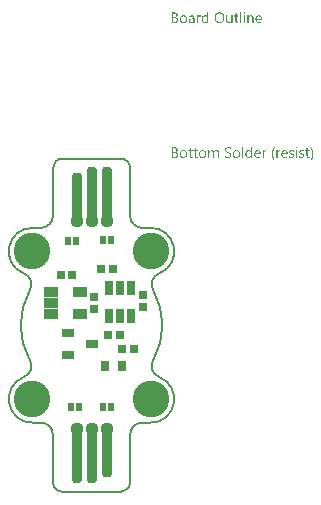
<source format=gbs>
G04*
G04 #@! TF.GenerationSoftware,Altium Limited,Altium Designer,21.8.1 (53)*
G04*
G04 Layer_Color=16711935*
%FSAX25Y25*%
%MOIN*%
G70*
G04*
G04 #@! TF.SameCoordinates,94FE2971-EC38-410B-9373-26AABD127CE3*
G04*
G04*
G04 #@! TF.FilePolarity,Negative*
G04*
G01*
G75*
%ADD10C,0.00787*%
%ADD22C,0.00591*%
%ADD23C,0.12205*%
G04:AMPARAMS|DCode=31|XSize=35.43mil|YSize=169.29mil|CornerRadius=13.82mil|HoleSize=0mil|Usage=FLASHONLY|Rotation=0.000|XOffset=0mil|YOffset=0mil|HoleType=Round|Shape=RoundedRectangle|*
%AMROUNDEDRECTD31*
21,1,0.03543,0.14165,0,0,0.0*
21,1,0.00780,0.16929,0,0,0.0*
1,1,0.02764,0.00390,-0.07083*
1,1,0.02764,-0.00390,-0.07083*
1,1,0.02764,-0.00390,0.07083*
1,1,0.02764,0.00390,0.07083*
%
%ADD31ROUNDEDRECTD31*%
G04:AMPARAMS|DCode=32|XSize=35.43mil|YSize=188.98mil|CornerRadius=13.82mil|HoleSize=0mil|Usage=FLASHONLY|Rotation=0.000|XOffset=0mil|YOffset=0mil|HoleType=Round|Shape=RoundedRectangle|*
%AMROUNDEDRECTD32*
21,1,0.03543,0.16134,0,0,0.0*
21,1,0.00780,0.18898,0,0,0.0*
1,1,0.02764,0.00390,-0.08067*
1,1,0.02764,-0.00390,-0.08067*
1,1,0.02764,-0.00390,0.08067*
1,1,0.02764,0.00390,0.08067*
%
%ADD32ROUNDEDRECTD32*%
%ADD41C,0.04370*%
%ADD42R,0.01968X0.03150*%
%ADD43R,0.02953X0.04528*%
%ADD44R,0.04134X0.02953*%
%ADD45R,0.04528X0.03347*%
%ADD46R,0.02559X0.02756*%
%ADD47R,0.02953X0.03740*%
%ADD48R,0.02559X0.02756*%
%ADD49R,0.02756X0.02559*%
G36*
X0050981Y0136890D02*
X0051006D01*
X0051061Y0136865D01*
X0051092Y0136846D01*
X0051123Y0136821D01*
X0051129Y0136815D01*
X0051135Y0136809D01*
X0051166Y0136772D01*
X0051191Y0136710D01*
X0051197Y0136673D01*
X0051204Y0136636D01*
Y0136629D01*
Y0136617D01*
X0051197Y0136599D01*
X0051191Y0136574D01*
X0051173Y0136512D01*
X0051148Y0136481D01*
X0051123Y0136450D01*
X0051117D01*
X0051111Y0136438D01*
X0051074Y0136413D01*
X0051018Y0136388D01*
X0050981Y0136382D01*
X0050944Y0136376D01*
X0050925D01*
X0050906Y0136382D01*
X0050882D01*
X0050820Y0136407D01*
X0050789Y0136419D01*
X0050758Y0136444D01*
Y0136450D01*
X0050745Y0136456D01*
X0050733Y0136475D01*
X0050721Y0136493D01*
X0050696Y0136555D01*
X0050690Y0136592D01*
X0050684Y0136636D01*
Y0136642D01*
Y0136654D01*
X0050690Y0136673D01*
X0050696Y0136704D01*
X0050715Y0136759D01*
X0050733Y0136791D01*
X0050758Y0136821D01*
X0050764Y0136828D01*
X0050770Y0136834D01*
X0050807Y0136858D01*
X0050869Y0136883D01*
X0050906Y0136896D01*
X0050962D01*
X0050981Y0136890D01*
D02*
G37*
G36*
X0038991Y0133225D02*
X0038588D01*
Y0133646D01*
X0038576D01*
Y0133640D01*
X0038564Y0133627D01*
X0038545Y0133603D01*
X0038526Y0133572D01*
X0038495Y0133535D01*
X0038458Y0133497D01*
X0038415Y0133454D01*
X0038366Y0133411D01*
X0038310Y0133361D01*
X0038242Y0133318D01*
X0038174Y0133281D01*
X0038093Y0133244D01*
X0038013Y0133213D01*
X0037920Y0133188D01*
X0037821Y0133176D01*
X0037716Y0133169D01*
X0037672D01*
X0037635Y0133176D01*
X0037598Y0133182D01*
X0037548Y0133188D01*
X0037443Y0133213D01*
X0037319Y0133250D01*
X0037196Y0133312D01*
X0037128Y0133349D01*
X0037072Y0133392D01*
X0037010Y0133448D01*
X0036954Y0133504D01*
Y0133510D01*
X0036942Y0133522D01*
X0036929Y0133541D01*
X0036911Y0133565D01*
X0036892Y0133596D01*
X0036867Y0133640D01*
X0036843Y0133689D01*
X0036818Y0133745D01*
X0036787Y0133807D01*
X0036762Y0133875D01*
X0036737Y0133949D01*
X0036719Y0134030D01*
X0036700Y0134116D01*
X0036688Y0134215D01*
X0036682Y0134315D01*
X0036676Y0134420D01*
Y0134426D01*
Y0134444D01*
Y0134482D01*
X0036682Y0134525D01*
X0036688Y0134574D01*
X0036694Y0134636D01*
X0036700Y0134704D01*
X0036713Y0134779D01*
X0036750Y0134940D01*
X0036806Y0135107D01*
X0036843Y0135187D01*
X0036886Y0135268D01*
X0036929Y0135342D01*
X0036985Y0135416D01*
X0036991Y0135423D01*
X0036998Y0135435D01*
X0037016Y0135453D01*
X0037041Y0135478D01*
X0037072Y0135503D01*
X0037115Y0135534D01*
X0037159Y0135571D01*
X0037208Y0135608D01*
X0037332Y0135676D01*
X0037474Y0135738D01*
X0037555Y0135757D01*
X0037641Y0135775D01*
X0037728Y0135788D01*
X0037827Y0135794D01*
X0037876D01*
X0037914Y0135788D01*
X0037951Y0135782D01*
X0038000Y0135775D01*
X0038112Y0135744D01*
X0038236Y0135695D01*
X0038297Y0135664D01*
X0038359Y0135620D01*
X0038421Y0135577D01*
X0038477Y0135521D01*
X0038526Y0135460D01*
X0038576Y0135385D01*
X0038588D01*
Y0136945D01*
X0038991D01*
Y0133225D01*
D02*
G37*
G36*
X0053259Y0135788D02*
X0053333Y0135782D01*
X0053426Y0135763D01*
X0053525Y0135732D01*
X0053630Y0135682D01*
X0053735Y0135614D01*
X0053779Y0135577D01*
X0053822Y0135528D01*
X0053834Y0135515D01*
X0053859Y0135478D01*
X0053890Y0135416D01*
X0053933Y0135330D01*
X0053970Y0135224D01*
X0054008Y0135094D01*
X0054032Y0134940D01*
X0054039Y0134760D01*
Y0133225D01*
X0053636D01*
Y0134655D01*
Y0134661D01*
Y0134692D01*
X0053630Y0134729D01*
Y0134779D01*
X0053618Y0134841D01*
X0053605Y0134909D01*
X0053587Y0134983D01*
X0053562Y0135057D01*
X0053531Y0135132D01*
X0053494Y0135200D01*
X0053444Y0135268D01*
X0053389Y0135330D01*
X0053327Y0135379D01*
X0053246Y0135416D01*
X0053160Y0135447D01*
X0053054Y0135453D01*
X0053042D01*
X0053005Y0135447D01*
X0052949Y0135441D01*
X0052881Y0135423D01*
X0052801Y0135398D01*
X0052714Y0135354D01*
X0052634Y0135299D01*
X0052553Y0135224D01*
X0052547Y0135212D01*
X0052522Y0135187D01*
X0052491Y0135138D01*
X0052454Y0135070D01*
X0052417Y0134989D01*
X0052386Y0134890D01*
X0052361Y0134779D01*
X0052355Y0134655D01*
Y0133225D01*
X0051953D01*
Y0135738D01*
X0052355D01*
Y0135317D01*
X0052367D01*
X0052373Y0135323D01*
X0052380Y0135336D01*
X0052398Y0135361D01*
X0052423Y0135391D01*
X0052448Y0135429D01*
X0052485Y0135466D01*
X0052528Y0135509D01*
X0052578Y0135559D01*
X0052634Y0135602D01*
X0052695Y0135645D01*
X0052763Y0135682D01*
X0052838Y0135720D01*
X0052912Y0135750D01*
X0052999Y0135775D01*
X0053092Y0135788D01*
X0053191Y0135794D01*
X0053228D01*
X0053259Y0135788D01*
D02*
G37*
G36*
X0036261Y0135775D02*
X0036335Y0135769D01*
X0036378Y0135757D01*
X0036410Y0135744D01*
Y0135330D01*
X0036403Y0135336D01*
X0036391Y0135342D01*
X0036366Y0135354D01*
X0036335Y0135373D01*
X0036292Y0135385D01*
X0036236Y0135398D01*
X0036174Y0135404D01*
X0036106Y0135410D01*
X0036094D01*
X0036063Y0135404D01*
X0036013Y0135398D01*
X0035958Y0135379D01*
X0035883Y0135348D01*
X0035815Y0135305D01*
X0035741Y0135243D01*
X0035673Y0135162D01*
X0035667Y0135150D01*
X0035648Y0135119D01*
X0035617Y0135063D01*
X0035586Y0134989D01*
X0035555Y0134896D01*
X0035524Y0134779D01*
X0035506Y0134649D01*
X0035500Y0134500D01*
Y0133225D01*
X0035097D01*
Y0135738D01*
X0035500D01*
Y0135218D01*
X0035512D01*
Y0135224D01*
X0035518Y0135231D01*
X0035530Y0135261D01*
X0035549Y0135311D01*
X0035580Y0135373D01*
X0035611Y0135435D01*
X0035660Y0135503D01*
X0035710Y0135571D01*
X0035772Y0135633D01*
X0035778Y0135639D01*
X0035803Y0135658D01*
X0035840Y0135682D01*
X0035890Y0135707D01*
X0035945Y0135732D01*
X0036013Y0135757D01*
X0036088Y0135775D01*
X0036168Y0135782D01*
X0036224D01*
X0036261Y0135775D01*
D02*
G37*
G36*
X0047001Y0133225D02*
X0046598D01*
Y0133621D01*
X0046586D01*
Y0133615D01*
X0046573Y0133603D01*
X0046561Y0133578D01*
X0046536Y0133553D01*
X0046481Y0133479D01*
X0046394Y0133398D01*
X0046344Y0133355D01*
X0046289Y0133312D01*
X0046227Y0133274D01*
X0046152Y0133237D01*
X0046078Y0133213D01*
X0045998Y0133188D01*
X0045905Y0133176D01*
X0045812Y0133169D01*
X0045775D01*
X0045732Y0133176D01*
X0045670Y0133188D01*
X0045602Y0133200D01*
X0045527Y0133225D01*
X0045447Y0133256D01*
X0045366Y0133306D01*
X0045280Y0133361D01*
X0045199Y0133429D01*
X0045125Y0133516D01*
X0045057Y0133621D01*
X0044995Y0133739D01*
X0044952Y0133881D01*
X0044927Y0134048D01*
X0044914Y0134135D01*
Y0134234D01*
Y0135738D01*
X0045311D01*
Y0134296D01*
Y0134290D01*
Y0134265D01*
X0045317Y0134222D01*
X0045323Y0134172D01*
X0045329Y0134110D01*
X0045342Y0134048D01*
X0045360Y0133974D01*
X0045385Y0133900D01*
X0045422Y0133825D01*
X0045459Y0133757D01*
X0045509Y0133689D01*
X0045571Y0133627D01*
X0045639Y0133578D01*
X0045719Y0133541D01*
X0045818Y0133510D01*
X0045924Y0133504D01*
X0045936D01*
X0045973Y0133510D01*
X0046029Y0133516D01*
X0046091Y0133528D01*
X0046171Y0133559D01*
X0046252Y0133596D01*
X0046332Y0133646D01*
X0046406Y0133720D01*
X0046413Y0133733D01*
X0046437Y0133757D01*
X0046468Y0133807D01*
X0046505Y0133875D01*
X0046536Y0133955D01*
X0046567Y0134055D01*
X0046592Y0134166D01*
X0046598Y0134290D01*
Y0135738D01*
X0047001D01*
Y0133225D01*
D02*
G37*
G36*
X0051135D02*
X0050733D01*
Y0135738D01*
X0051135D01*
Y0133225D01*
D02*
G37*
G36*
X0049916D02*
X0049514D01*
Y0136945D01*
X0049916D01*
Y0133225D01*
D02*
G37*
G36*
X0033537Y0135788D02*
X0033593Y0135782D01*
X0033661Y0135763D01*
X0033735Y0135744D01*
X0033816Y0135713D01*
X0033902Y0135676D01*
X0033983Y0135627D01*
X0034064Y0135565D01*
X0034138Y0135491D01*
X0034206Y0135398D01*
X0034262Y0135292D01*
X0034305Y0135169D01*
X0034330Y0135026D01*
X0034342Y0134859D01*
Y0133225D01*
X0033940D01*
Y0133615D01*
X0033927D01*
Y0133609D01*
X0033915Y0133596D01*
X0033902Y0133572D01*
X0033878Y0133547D01*
X0033816Y0133473D01*
X0033735Y0133392D01*
X0033624Y0133312D01*
X0033494Y0133237D01*
X0033413Y0133213D01*
X0033333Y0133188D01*
X0033246Y0133176D01*
X0033154Y0133169D01*
X0033116D01*
X0033092Y0133176D01*
X0033024Y0133182D01*
X0032943Y0133194D01*
X0032844Y0133219D01*
X0032751Y0133250D01*
X0032652Y0133299D01*
X0032566Y0133361D01*
X0032559Y0133374D01*
X0032535Y0133398D01*
X0032497Y0133442D01*
X0032460Y0133504D01*
X0032423Y0133578D01*
X0032386Y0133665D01*
X0032361Y0133770D01*
X0032355Y0133887D01*
Y0133894D01*
Y0133918D01*
X0032361Y0133955D01*
X0032367Y0133999D01*
X0032380Y0134055D01*
X0032398Y0134116D01*
X0032423Y0134185D01*
X0032460Y0134253D01*
X0032504Y0134327D01*
X0032559Y0134401D01*
X0032627Y0134469D01*
X0032708Y0134531D01*
X0032801Y0134593D01*
X0032912Y0134643D01*
X0033036Y0134680D01*
X0033184Y0134711D01*
X0033940Y0134816D01*
Y0134822D01*
Y0134841D01*
X0033933Y0134878D01*
Y0134915D01*
X0033921Y0134964D01*
X0033915Y0135020D01*
X0033878Y0135138D01*
X0033847Y0135193D01*
X0033816Y0135249D01*
X0033773Y0135305D01*
X0033723Y0135354D01*
X0033661Y0135398D01*
X0033593Y0135429D01*
X0033513Y0135447D01*
X0033420Y0135453D01*
X0033376D01*
X0033345Y0135447D01*
X0033302D01*
X0033259Y0135435D01*
X0033147Y0135416D01*
X0033024Y0135379D01*
X0032887Y0135323D01*
X0032813Y0135286D01*
X0032745Y0135249D01*
X0032671Y0135200D01*
X0032603Y0135144D01*
Y0135559D01*
X0032609D01*
X0032621Y0135571D01*
X0032640Y0135583D01*
X0032671Y0135596D01*
X0032702Y0135614D01*
X0032745Y0135633D01*
X0032794Y0135652D01*
X0032850Y0135676D01*
X0032974Y0135720D01*
X0033123Y0135757D01*
X0033283Y0135782D01*
X0033457Y0135794D01*
X0033494D01*
X0033537Y0135788D01*
D02*
G37*
G36*
X0027849Y0136735D02*
X0027892D01*
X0027935Y0136729D01*
X0028034Y0136716D01*
X0028152Y0136685D01*
X0028276Y0136648D01*
X0028393Y0136592D01*
X0028499Y0136518D01*
X0028505D01*
X0028511Y0136506D01*
X0028542Y0136481D01*
X0028585Y0136431D01*
X0028635Y0136363D01*
X0028678Y0136277D01*
X0028721Y0136178D01*
X0028752Y0136066D01*
X0028765Y0136004D01*
Y0135936D01*
Y0135930D01*
Y0135924D01*
Y0135887D01*
X0028759Y0135831D01*
X0028746Y0135763D01*
X0028728Y0135676D01*
X0028697Y0135590D01*
X0028660Y0135503D01*
X0028604Y0135416D01*
X0028598Y0135404D01*
X0028573Y0135379D01*
X0028536Y0135342D01*
X0028486Y0135292D01*
X0028424Y0135243D01*
X0028350Y0135187D01*
X0028257Y0135144D01*
X0028158Y0135101D01*
Y0135094D01*
X0028177D01*
X0028195Y0135088D01*
X0028214Y0135082D01*
X0028282Y0135070D01*
X0028363Y0135045D01*
X0028449Y0135008D01*
X0028542Y0134964D01*
X0028635Y0134903D01*
X0028721Y0134822D01*
X0028734Y0134810D01*
X0028759Y0134779D01*
X0028790Y0134735D01*
X0028833Y0134667D01*
X0028870Y0134581D01*
X0028907Y0134482D01*
X0028932Y0134364D01*
X0028938Y0134234D01*
Y0134228D01*
Y0134215D01*
Y0134191D01*
X0028932Y0134160D01*
X0028926Y0134123D01*
X0028920Y0134079D01*
X0028895Y0133974D01*
X0028858Y0133856D01*
X0028802Y0133733D01*
X0028765Y0133677D01*
X0028721Y0133615D01*
X0028666Y0133559D01*
X0028610Y0133504D01*
X0028604D01*
X0028598Y0133491D01*
X0028579Y0133479D01*
X0028554Y0133460D01*
X0028523Y0133442D01*
X0028480Y0133417D01*
X0028387Y0133367D01*
X0028270Y0133312D01*
X0028133Y0133268D01*
X0027972Y0133237D01*
X0027892Y0133231D01*
X0027799Y0133225D01*
X0026772D01*
Y0136741D01*
X0027818D01*
X0027849Y0136735D01*
D02*
G37*
G36*
X0048344Y0135738D02*
X0048981D01*
Y0135391D01*
X0048344D01*
Y0133974D01*
Y0133962D01*
Y0133931D01*
X0048350Y0133887D01*
X0048356Y0133832D01*
X0048381Y0133714D01*
X0048399Y0133658D01*
X0048430Y0133615D01*
X0048437Y0133609D01*
X0048449Y0133596D01*
X0048468Y0133584D01*
X0048499Y0133565D01*
X0048536Y0133541D01*
X0048585Y0133528D01*
X0048647Y0133516D01*
X0048715Y0133510D01*
X0048740D01*
X0048771Y0133516D01*
X0048808Y0133522D01*
X0048895Y0133547D01*
X0048938Y0133565D01*
X0048981Y0133590D01*
Y0133244D01*
X0048975D01*
X0048957Y0133231D01*
X0048926Y0133225D01*
X0048882Y0133213D01*
X0048827Y0133200D01*
X0048765Y0133188D01*
X0048690Y0133182D01*
X0048604Y0133176D01*
X0048573D01*
X0048542Y0133182D01*
X0048499Y0133188D01*
X0048449Y0133200D01*
X0048393Y0133213D01*
X0048338Y0133237D01*
X0048276Y0133268D01*
X0048214Y0133306D01*
X0048152Y0133355D01*
X0048096Y0133411D01*
X0048047Y0133485D01*
X0048003Y0133565D01*
X0047972Y0133665D01*
X0047948Y0133776D01*
X0047941Y0133906D01*
Y0135391D01*
X0047514D01*
Y0135738D01*
X0047941D01*
Y0136351D01*
X0048344Y0136481D01*
Y0135738D01*
D02*
G37*
G36*
X0055871Y0135788D02*
X0055914Y0135782D01*
X0055958Y0135775D01*
X0056069Y0135757D01*
X0056193Y0135713D01*
X0056317Y0135658D01*
X0056378Y0135620D01*
X0056440Y0135577D01*
X0056496Y0135528D01*
X0056552Y0135472D01*
X0056558Y0135466D01*
X0056564Y0135460D01*
X0056577Y0135441D01*
X0056595Y0135416D01*
X0056614Y0135379D01*
X0056638Y0135342D01*
X0056663Y0135299D01*
X0056688Y0135243D01*
X0056713Y0135181D01*
X0056737Y0135119D01*
X0056762Y0135045D01*
X0056781Y0134964D01*
X0056799Y0134878D01*
X0056812Y0134791D01*
X0056824Y0134692D01*
Y0134587D01*
Y0134376D01*
X0055048D01*
Y0134370D01*
Y0134358D01*
Y0134339D01*
X0055054Y0134308D01*
X0055060Y0134271D01*
Y0134234D01*
X0055079Y0134135D01*
X0055110Y0134036D01*
X0055147Y0133924D01*
X0055202Y0133819D01*
X0055270Y0133726D01*
X0055283Y0133714D01*
X0055308Y0133689D01*
X0055357Y0133658D01*
X0055425Y0133615D01*
X0055512Y0133572D01*
X0055611Y0133541D01*
X0055729Y0133516D01*
X0055865Y0133504D01*
X0055908D01*
X0055939Y0133510D01*
X0055976D01*
X0056019Y0133516D01*
X0056125Y0133541D01*
X0056242Y0133572D01*
X0056372Y0133621D01*
X0056508Y0133689D01*
X0056577Y0133733D01*
X0056645Y0133782D01*
Y0133405D01*
X0056638D01*
X0056632Y0133392D01*
X0056614Y0133386D01*
X0056583Y0133367D01*
X0056552Y0133349D01*
X0056515Y0133330D01*
X0056465Y0133312D01*
X0056416Y0133287D01*
X0056354Y0133262D01*
X0056286Y0133244D01*
X0056137Y0133206D01*
X0055964Y0133182D01*
X0055772Y0133169D01*
X0055722D01*
X0055685Y0133176D01*
X0055642Y0133182D01*
X0055586Y0133188D01*
X0055468Y0133213D01*
X0055332Y0133250D01*
X0055196Y0133312D01*
X0055128Y0133355D01*
X0055060Y0133398D01*
X0054998Y0133448D01*
X0054936Y0133510D01*
X0054930Y0133516D01*
X0054924Y0133528D01*
X0054911Y0133547D01*
X0054887Y0133572D01*
X0054868Y0133609D01*
X0054843Y0133652D01*
X0054812Y0133702D01*
X0054788Y0133757D01*
X0054757Y0133819D01*
X0054732Y0133894D01*
X0054701Y0133974D01*
X0054682Y0134061D01*
X0054664Y0134153D01*
X0054645Y0134253D01*
X0054639Y0134358D01*
X0054633Y0134469D01*
Y0134475D01*
Y0134494D01*
Y0134525D01*
X0054639Y0134568D01*
X0054645Y0134618D01*
X0054651Y0134674D01*
X0054658Y0134742D01*
X0054676Y0134810D01*
X0054713Y0134958D01*
X0054769Y0135119D01*
X0054806Y0135200D01*
X0054856Y0135274D01*
X0054905Y0135354D01*
X0054961Y0135423D01*
X0054967Y0135429D01*
X0054979Y0135441D01*
X0054998Y0135460D01*
X0055023Y0135478D01*
X0055054Y0135509D01*
X0055091Y0135540D01*
X0055140Y0135571D01*
X0055190Y0135608D01*
X0055308Y0135676D01*
X0055450Y0135738D01*
X0055530Y0135757D01*
X0055611Y0135775D01*
X0055698Y0135788D01*
X0055790Y0135794D01*
X0055840D01*
X0055871Y0135788D01*
D02*
G37*
G36*
X0042829Y0136797D02*
X0042890Y0136791D01*
X0042965Y0136778D01*
X0043045Y0136759D01*
X0043132Y0136741D01*
X0043218Y0136716D01*
X0043317Y0136685D01*
X0043410Y0136642D01*
X0043509Y0136592D01*
X0043608Y0136537D01*
X0043701Y0136469D01*
X0043794Y0136394D01*
X0043881Y0136308D01*
X0043887Y0136301D01*
X0043899Y0136283D01*
X0043924Y0136258D01*
X0043949Y0136221D01*
X0043986Y0136171D01*
X0044023Y0136109D01*
X0044060Y0136041D01*
X0044104Y0135967D01*
X0044147Y0135874D01*
X0044184Y0135782D01*
X0044221Y0135676D01*
X0044258Y0135559D01*
X0044283Y0135441D01*
X0044308Y0135311D01*
X0044320Y0135169D01*
X0044326Y0135026D01*
Y0135014D01*
Y0134989D01*
Y0134946D01*
X0044320Y0134884D01*
X0044314Y0134810D01*
X0044302Y0134729D01*
X0044289Y0134636D01*
X0044271Y0134531D01*
X0044246Y0134426D01*
X0044215Y0134315D01*
X0044178Y0134203D01*
X0044135Y0134092D01*
X0044079Y0133974D01*
X0044017Y0133869D01*
X0043949Y0133764D01*
X0043868Y0133665D01*
X0043862Y0133658D01*
X0043850Y0133646D01*
X0043819Y0133621D01*
X0043788Y0133590D01*
X0043738Y0133547D01*
X0043683Y0133510D01*
X0043621Y0133460D01*
X0043547Y0133417D01*
X0043466Y0133374D01*
X0043373Y0133324D01*
X0043274Y0133287D01*
X0043163Y0133250D01*
X0043045Y0133213D01*
X0042921Y0133188D01*
X0042791Y0133176D01*
X0042649Y0133169D01*
X0042618D01*
X0042575Y0133176D01*
X0042525D01*
X0042463Y0133182D01*
X0042389Y0133194D01*
X0042309Y0133213D01*
X0042216Y0133231D01*
X0042123Y0133256D01*
X0042024Y0133287D01*
X0041925Y0133330D01*
X0041826Y0133374D01*
X0041727Y0133429D01*
X0041628Y0133497D01*
X0041535Y0133572D01*
X0041448Y0133658D01*
X0041442Y0133665D01*
X0041430Y0133683D01*
X0041405Y0133708D01*
X0041380Y0133745D01*
X0041343Y0133794D01*
X0041306Y0133856D01*
X0041269Y0133924D01*
X0041225Y0134005D01*
X0041182Y0134092D01*
X0041145Y0134185D01*
X0041108Y0134290D01*
X0041071Y0134407D01*
X0041046Y0134525D01*
X0041021Y0134655D01*
X0041009Y0134797D01*
X0041003Y0134940D01*
Y0134952D01*
Y0134977D01*
X0041009Y0135020D01*
Y0135082D01*
X0041015Y0135150D01*
X0041027Y0135237D01*
X0041040Y0135330D01*
X0041058Y0135429D01*
X0041083Y0135534D01*
X0041114Y0135645D01*
X0041151Y0135757D01*
X0041194Y0135868D01*
X0041250Y0135980D01*
X0041312Y0136091D01*
X0041380Y0136196D01*
X0041460Y0136295D01*
X0041467Y0136301D01*
X0041479Y0136320D01*
X0041510Y0136345D01*
X0041547Y0136376D01*
X0041590Y0136413D01*
X0041646Y0136456D01*
X0041714Y0136500D01*
X0041789Y0136549D01*
X0041875Y0136599D01*
X0041968Y0136642D01*
X0042067Y0136685D01*
X0042179Y0136722D01*
X0042302Y0136753D01*
X0042432Y0136784D01*
X0042568Y0136797D01*
X0042711Y0136803D01*
X0042779D01*
X0042829Y0136797D01*
D02*
G37*
G36*
X0030801Y0135788D02*
X0030845Y0135782D01*
X0030900Y0135775D01*
X0031024Y0135750D01*
X0031167Y0135707D01*
X0031309Y0135645D01*
X0031383Y0135608D01*
X0031451Y0135565D01*
X0031519Y0135509D01*
X0031581Y0135447D01*
X0031587Y0135441D01*
X0031594Y0135429D01*
X0031612Y0135410D01*
X0031631Y0135385D01*
X0031656Y0135348D01*
X0031680Y0135305D01*
X0031711Y0135255D01*
X0031742Y0135200D01*
X0031767Y0135132D01*
X0031798Y0135063D01*
X0031823Y0134983D01*
X0031847Y0134896D01*
X0031866Y0134803D01*
X0031885Y0134704D01*
X0031891Y0134599D01*
X0031897Y0134488D01*
Y0134482D01*
Y0134463D01*
Y0134432D01*
X0031891Y0134389D01*
X0031885Y0134339D01*
X0031878Y0134277D01*
X0031866Y0134215D01*
X0031854Y0134141D01*
X0031817Y0133993D01*
X0031755Y0133832D01*
X0031718Y0133751D01*
X0031668Y0133671D01*
X0031618Y0133596D01*
X0031556Y0133528D01*
X0031550Y0133522D01*
X0031538Y0133516D01*
X0031519Y0133497D01*
X0031495Y0133473D01*
X0031457Y0133448D01*
X0031420Y0133417D01*
X0031371Y0133380D01*
X0031315Y0133349D01*
X0031253Y0133318D01*
X0031185Y0133281D01*
X0031111Y0133250D01*
X0031030Y0133225D01*
X0030944Y0133200D01*
X0030851Y0133188D01*
X0030752Y0133176D01*
X0030647Y0133169D01*
X0030591D01*
X0030554Y0133176D01*
X0030510Y0133182D01*
X0030455Y0133188D01*
X0030393Y0133200D01*
X0030325Y0133213D01*
X0030182Y0133256D01*
X0030034Y0133318D01*
X0029959Y0133355D01*
X0029891Y0133405D01*
X0029823Y0133454D01*
X0029755Y0133516D01*
X0029749Y0133522D01*
X0029743Y0133535D01*
X0029724Y0133553D01*
X0029706Y0133578D01*
X0029681Y0133615D01*
X0029650Y0133658D01*
X0029619Y0133708D01*
X0029594Y0133764D01*
X0029563Y0133832D01*
X0029532Y0133900D01*
X0029501Y0133974D01*
X0029477Y0134061D01*
X0029439Y0134246D01*
X0029433Y0134345D01*
X0029427Y0134451D01*
Y0134457D01*
Y0134482D01*
Y0134512D01*
X0029433Y0134556D01*
X0029439Y0134605D01*
X0029446Y0134667D01*
X0029458Y0134735D01*
X0029471Y0134810D01*
X0029508Y0134971D01*
X0029570Y0135132D01*
X0029613Y0135212D01*
X0029656Y0135292D01*
X0029706Y0135367D01*
X0029768Y0135435D01*
X0029774Y0135441D01*
X0029786Y0135453D01*
X0029805Y0135466D01*
X0029829Y0135491D01*
X0029867Y0135515D01*
X0029910Y0135546D01*
X0029959Y0135583D01*
X0030015Y0135614D01*
X0030077Y0135645D01*
X0030151Y0135682D01*
X0030226Y0135713D01*
X0030312Y0135738D01*
X0030399Y0135763D01*
X0030498Y0135782D01*
X0030603Y0135788D01*
X0030709Y0135794D01*
X0030764D01*
X0030801Y0135788D01*
D02*
G37*
G36*
X0068412Y0091963D02*
X0068436D01*
X0068492Y0091938D01*
X0068523Y0091920D01*
X0068554Y0091895D01*
X0068560Y0091889D01*
X0068567Y0091882D01*
X0068598Y0091845D01*
X0068622Y0091783D01*
X0068628Y0091746D01*
X0068635Y0091709D01*
Y0091703D01*
Y0091691D01*
X0068628Y0091672D01*
X0068622Y0091647D01*
X0068604Y0091585D01*
X0068579Y0091554D01*
X0068554Y0091523D01*
X0068548D01*
X0068542Y0091511D01*
X0068505Y0091486D01*
X0068449Y0091462D01*
X0068412Y0091455D01*
X0068375Y0091449D01*
X0068356D01*
X0068338Y0091455D01*
X0068313D01*
X0068251Y0091480D01*
X0068220Y0091493D01*
X0068189Y0091517D01*
Y0091523D01*
X0068177Y0091530D01*
X0068164Y0091548D01*
X0068152Y0091567D01*
X0068127Y0091629D01*
X0068121Y0091666D01*
X0068115Y0091709D01*
Y0091715D01*
Y0091728D01*
X0068121Y0091746D01*
X0068127Y0091777D01*
X0068146Y0091833D01*
X0068164Y0091864D01*
X0068189Y0091895D01*
X0068195Y0091901D01*
X0068201Y0091907D01*
X0068239Y0091932D01*
X0068300Y0091957D01*
X0068338Y0091969D01*
X0068393D01*
X0068412Y0091963D01*
D02*
G37*
G36*
X0045843Y0091870D02*
X0045893D01*
X0046004Y0091858D01*
X0046128Y0091845D01*
X0046252Y0091821D01*
X0046369Y0091790D01*
X0046419Y0091771D01*
X0046468Y0091746D01*
Y0091282D01*
X0046462D01*
X0046456Y0091294D01*
X0046437Y0091301D01*
X0046413Y0091319D01*
X0046382Y0091332D01*
X0046344Y0091350D01*
X0046252Y0091394D01*
X0046140Y0091431D01*
X0046004Y0091468D01*
X0045843Y0091493D01*
X0045670Y0091499D01*
X0045620D01*
X0045583Y0091493D01*
X0045546D01*
X0045496Y0091486D01*
X0045397Y0091468D01*
X0045391D01*
X0045373Y0091462D01*
X0045348Y0091455D01*
X0045317Y0091449D01*
X0045243Y0091418D01*
X0045156Y0091381D01*
X0045150D01*
X0045137Y0091369D01*
X0045119Y0091356D01*
X0045094Y0091338D01*
X0045038Y0091282D01*
X0044983Y0091214D01*
Y0091208D01*
X0044970Y0091195D01*
X0044964Y0091177D01*
X0044952Y0091146D01*
X0044939Y0091109D01*
X0044933Y0091072D01*
X0044921Y0090973D01*
Y0090966D01*
Y0090948D01*
Y0090923D01*
X0044927Y0090892D01*
X0044939Y0090818D01*
X0044970Y0090737D01*
Y0090731D01*
X0044983Y0090719D01*
X0044989Y0090700D01*
X0045007Y0090675D01*
X0045057Y0090620D01*
X0045119Y0090558D01*
X0045125Y0090552D01*
X0045137Y0090545D01*
X0045156Y0090527D01*
X0045187Y0090508D01*
X0045224Y0090484D01*
X0045261Y0090459D01*
X0045360Y0090397D01*
X0045366Y0090391D01*
X0045385Y0090385D01*
X0045416Y0090366D01*
X0045453Y0090347D01*
X0045503Y0090323D01*
X0045558Y0090298D01*
X0045682Y0090236D01*
X0045688Y0090230D01*
X0045713Y0090217D01*
X0045750Y0090199D01*
X0045800Y0090174D01*
X0045855Y0090149D01*
X0045917Y0090112D01*
X0046041Y0090038D01*
X0046047Y0090032D01*
X0046072Y0090019D01*
X0046103Y0090001D01*
X0046146Y0089970D01*
X0046239Y0089895D01*
X0046338Y0089809D01*
X0046344Y0089803D01*
X0046363Y0089790D01*
X0046382Y0089759D01*
X0046413Y0089728D01*
X0046444Y0089685D01*
X0046481Y0089642D01*
X0046543Y0089530D01*
X0046549Y0089524D01*
X0046555Y0089506D01*
X0046567Y0089475D01*
X0046580Y0089431D01*
X0046592Y0089382D01*
X0046604Y0089320D01*
X0046617Y0089258D01*
Y0089184D01*
Y0089171D01*
Y0089140D01*
X0046611Y0089091D01*
X0046604Y0089029D01*
X0046592Y0088961D01*
X0046573Y0088887D01*
X0046549Y0088812D01*
X0046512Y0088744D01*
X0046505Y0088738D01*
X0046493Y0088713D01*
X0046468Y0088682D01*
X0046444Y0088639D01*
X0046400Y0088596D01*
X0046357Y0088546D01*
X0046301Y0088497D01*
X0046239Y0088447D01*
X0046233Y0088441D01*
X0046208Y0088428D01*
X0046171Y0088410D01*
X0046122Y0088385D01*
X0046066Y0088360D01*
X0045998Y0088336D01*
X0045917Y0088311D01*
X0045837Y0088292D01*
X0045825D01*
X0045800Y0088286D01*
X0045756Y0088280D01*
X0045695Y0088268D01*
X0045626Y0088261D01*
X0045546Y0088249D01*
X0045459Y0088243D01*
X0045311D01*
X0045243Y0088249D01*
X0045156Y0088255D01*
X0045137D01*
X0045113Y0088261D01*
X0045082Y0088268D01*
X0045001Y0088274D01*
X0044908Y0088292D01*
X0044902D01*
X0044884Y0088298D01*
X0044859Y0088305D01*
X0044828Y0088311D01*
X0044754Y0088329D01*
X0044667Y0088354D01*
X0044661D01*
X0044648Y0088360D01*
X0044630Y0088367D01*
X0044605Y0088379D01*
X0044543Y0088404D01*
X0044481Y0088441D01*
Y0088924D01*
X0044487Y0088917D01*
X0044500Y0088911D01*
X0044512Y0088899D01*
X0044537Y0088880D01*
X0044605Y0088837D01*
X0044686Y0088788D01*
X0044692D01*
X0044704Y0088781D01*
X0044729Y0088769D01*
X0044760Y0088757D01*
X0044840Y0088719D01*
X0044927Y0088688D01*
X0044933D01*
X0044952Y0088682D01*
X0044976Y0088676D01*
X0045007Y0088670D01*
X0045094Y0088645D01*
X0045187Y0088627D01*
X0045212D01*
X0045236Y0088620D01*
X0045267D01*
X0045342Y0088614D01*
X0045428Y0088608D01*
X0045490D01*
X0045558Y0088614D01*
X0045645Y0088627D01*
X0045738Y0088639D01*
X0045831Y0088664D01*
X0045917Y0088701D01*
X0045998Y0088744D01*
X0046004Y0088750D01*
X0046029Y0088769D01*
X0046060Y0088806D01*
X0046091Y0088849D01*
X0046128Y0088905D01*
X0046152Y0088979D01*
X0046177Y0089060D01*
X0046183Y0089153D01*
Y0089159D01*
Y0089178D01*
Y0089202D01*
X0046177Y0089239D01*
X0046159Y0089320D01*
X0046122Y0089400D01*
Y0089407D01*
X0046109Y0089419D01*
X0046097Y0089438D01*
X0046078Y0089462D01*
X0046023Y0089524D01*
X0045948Y0089592D01*
X0045942Y0089598D01*
X0045930Y0089611D01*
X0045905Y0089623D01*
X0045874Y0089648D01*
X0045837Y0089673D01*
X0045794Y0089704D01*
X0045688Y0089759D01*
X0045682Y0089766D01*
X0045663Y0089772D01*
X0045633Y0089790D01*
X0045589Y0089809D01*
X0045546Y0089840D01*
X0045490Y0089865D01*
X0045360Y0089933D01*
X0045354Y0089939D01*
X0045329Y0089951D01*
X0045292Y0089970D01*
X0045249Y0089988D01*
X0045199Y0090019D01*
X0045144Y0090050D01*
X0045020Y0090118D01*
X0045014Y0090125D01*
X0044995Y0090137D01*
X0044964Y0090156D01*
X0044927Y0090180D01*
X0044834Y0090248D01*
X0044741Y0090329D01*
X0044735Y0090335D01*
X0044723Y0090347D01*
X0044698Y0090372D01*
X0044673Y0090403D01*
X0044642Y0090446D01*
X0044611Y0090490D01*
X0044556Y0090589D01*
Y0090595D01*
X0044543Y0090614D01*
X0044537Y0090645D01*
X0044525Y0090688D01*
X0044512Y0090737D01*
X0044500Y0090799D01*
X0044494Y0090861D01*
X0044487Y0090935D01*
Y0090948D01*
Y0090979D01*
X0044494Y0091022D01*
X0044500Y0091078D01*
X0044512Y0091146D01*
X0044531Y0091214D01*
X0044556Y0091282D01*
X0044593Y0091350D01*
X0044599Y0091356D01*
X0044611Y0091381D01*
X0044636Y0091412D01*
X0044667Y0091455D01*
X0044704Y0091499D01*
X0044754Y0091548D01*
X0044809Y0091598D01*
X0044871Y0091641D01*
X0044877Y0091647D01*
X0044902Y0091660D01*
X0044939Y0091684D01*
X0044983Y0091709D01*
X0045044Y0091734D01*
X0045106Y0091765D01*
X0045181Y0091790D01*
X0045261Y0091814D01*
X0045274D01*
X0045298Y0091827D01*
X0045342Y0091833D01*
X0045404Y0091845D01*
X0045472Y0091858D01*
X0045546Y0091864D01*
X0045713Y0091876D01*
X0045800D01*
X0045843Y0091870D01*
D02*
G37*
G36*
X0053574Y0088298D02*
X0053172D01*
Y0088719D01*
X0053160D01*
Y0088713D01*
X0053147Y0088701D01*
X0053129Y0088676D01*
X0053110Y0088645D01*
X0053079Y0088608D01*
X0053042Y0088571D01*
X0052999Y0088528D01*
X0052949Y0088484D01*
X0052893Y0088435D01*
X0052825Y0088391D01*
X0052757Y0088354D01*
X0052677Y0088317D01*
X0052596Y0088286D01*
X0052504Y0088261D01*
X0052404Y0088249D01*
X0052299Y0088243D01*
X0052256D01*
X0052219Y0088249D01*
X0052182Y0088255D01*
X0052132Y0088261D01*
X0052027Y0088286D01*
X0051903Y0088323D01*
X0051779Y0088385D01*
X0051711Y0088422D01*
X0051655Y0088466D01*
X0051594Y0088521D01*
X0051538Y0088577D01*
Y0088583D01*
X0051525Y0088596D01*
X0051513Y0088614D01*
X0051494Y0088639D01*
X0051476Y0088670D01*
X0051451Y0088713D01*
X0051426Y0088763D01*
X0051402Y0088819D01*
X0051371Y0088880D01*
X0051346Y0088949D01*
X0051321Y0089023D01*
X0051303Y0089103D01*
X0051284Y0089190D01*
X0051272Y0089289D01*
X0051266Y0089388D01*
X0051259Y0089493D01*
Y0089499D01*
Y0089518D01*
Y0089555D01*
X0051266Y0089598D01*
X0051272Y0089648D01*
X0051278Y0089710D01*
X0051284Y0089778D01*
X0051296Y0089852D01*
X0051334Y0090013D01*
X0051389Y0090180D01*
X0051426Y0090261D01*
X0051470Y0090341D01*
X0051513Y0090416D01*
X0051569Y0090490D01*
X0051575Y0090496D01*
X0051581Y0090508D01*
X0051600Y0090527D01*
X0051625Y0090552D01*
X0051655Y0090576D01*
X0051699Y0090607D01*
X0051742Y0090645D01*
X0051792Y0090682D01*
X0051915Y0090750D01*
X0052058Y0090812D01*
X0052138Y0090830D01*
X0052225Y0090849D01*
X0052312Y0090861D01*
X0052411Y0090867D01*
X0052460D01*
X0052497Y0090861D01*
X0052534Y0090855D01*
X0052584Y0090849D01*
X0052695Y0090818D01*
X0052819Y0090768D01*
X0052881Y0090737D01*
X0052943Y0090694D01*
X0053005Y0090651D01*
X0053061Y0090595D01*
X0053110Y0090533D01*
X0053160Y0090459D01*
X0053172D01*
Y0092019D01*
X0053574D01*
Y0088298D01*
D02*
G37*
G36*
X0070318Y0090861D02*
X0070399Y0090855D01*
X0070485Y0090843D01*
X0070584Y0090818D01*
X0070683Y0090793D01*
X0070783Y0090756D01*
Y0090347D01*
X0070770Y0090354D01*
X0070733Y0090378D01*
X0070677Y0090403D01*
X0070603Y0090440D01*
X0070510Y0090471D01*
X0070399Y0090502D01*
X0070275Y0090521D01*
X0070145Y0090527D01*
X0070077D01*
X0070015Y0090514D01*
X0069941Y0090502D01*
X0069934D01*
X0069928Y0090496D01*
X0069891Y0090484D01*
X0069842Y0090459D01*
X0069786Y0090428D01*
X0069774Y0090422D01*
X0069749Y0090397D01*
X0069718Y0090360D01*
X0069687Y0090316D01*
X0069681Y0090304D01*
X0069668Y0090273D01*
X0069656Y0090230D01*
X0069650Y0090174D01*
Y0090168D01*
Y0090156D01*
Y0090137D01*
X0069656Y0090118D01*
X0069668Y0090063D01*
X0069687Y0090007D01*
X0069693Y0089995D01*
X0069712Y0089970D01*
X0069749Y0089933D01*
X0069792Y0089889D01*
X0069798D01*
X0069805Y0089883D01*
X0069842Y0089858D01*
X0069891Y0089827D01*
X0069959Y0089797D01*
X0069965D01*
X0069978Y0089790D01*
X0069996Y0089784D01*
X0070027Y0089772D01*
X0070095Y0089747D01*
X0070182Y0089710D01*
X0070188D01*
X0070213Y0089697D01*
X0070244Y0089685D01*
X0070281Y0089673D01*
X0070380Y0089629D01*
X0070479Y0089580D01*
X0070485D01*
X0070504Y0089568D01*
X0070529Y0089555D01*
X0070560Y0089536D01*
X0070634Y0089487D01*
X0070708Y0089425D01*
X0070714Y0089419D01*
X0070727Y0089413D01*
X0070739Y0089394D01*
X0070764Y0089369D01*
X0070807Y0089307D01*
X0070851Y0089227D01*
Y0089221D01*
X0070857Y0089208D01*
X0070869Y0089184D01*
X0070875Y0089153D01*
X0070888Y0089116D01*
X0070894Y0089072D01*
X0070900Y0088967D01*
Y0088961D01*
Y0088936D01*
X0070894Y0088899D01*
X0070888Y0088856D01*
X0070882Y0088806D01*
X0070863Y0088750D01*
X0070844Y0088701D01*
X0070814Y0088645D01*
X0070807Y0088639D01*
X0070801Y0088620D01*
X0070783Y0088596D01*
X0070758Y0088565D01*
X0070727Y0088528D01*
X0070690Y0088490D01*
X0070597Y0088416D01*
X0070591Y0088410D01*
X0070572Y0088404D01*
X0070547Y0088385D01*
X0070504Y0088367D01*
X0070461Y0088342D01*
X0070405Y0088323D01*
X0070349Y0088305D01*
X0070281Y0088286D01*
X0070275D01*
X0070250Y0088280D01*
X0070213Y0088274D01*
X0070170Y0088268D01*
X0070108Y0088255D01*
X0070046Y0088249D01*
X0069904Y0088243D01*
X0069842D01*
X0069767Y0088249D01*
X0069674Y0088261D01*
X0069569Y0088280D01*
X0069458Y0088305D01*
X0069346Y0088336D01*
X0069235Y0088385D01*
Y0088819D01*
X0069241D01*
X0069247Y0088806D01*
X0069266Y0088794D01*
X0069291Y0088781D01*
X0069359Y0088744D01*
X0069452Y0088701D01*
X0069557Y0088651D01*
X0069681Y0088614D01*
X0069817Y0088589D01*
X0069959Y0088577D01*
X0070009D01*
X0070040Y0088583D01*
X0070126Y0088596D01*
X0070226Y0088620D01*
X0070318Y0088664D01*
X0070362Y0088695D01*
X0070405Y0088726D01*
X0070436Y0088769D01*
X0070461Y0088812D01*
X0070479Y0088868D01*
X0070485Y0088930D01*
Y0088936D01*
Y0088949D01*
Y0088967D01*
X0070479Y0088986D01*
X0070467Y0089041D01*
X0070442Y0089097D01*
Y0089103D01*
X0070436Y0089109D01*
X0070411Y0089140D01*
X0070374Y0089184D01*
X0070318Y0089221D01*
X0070312D01*
X0070306Y0089233D01*
X0070269Y0089252D01*
X0070213Y0089289D01*
X0070139Y0089320D01*
X0070133D01*
X0070120Y0089326D01*
X0070102Y0089338D01*
X0070071Y0089351D01*
X0070003Y0089376D01*
X0069916Y0089413D01*
X0069910D01*
X0069885Y0089425D01*
X0069854Y0089438D01*
X0069817Y0089450D01*
X0069718Y0089493D01*
X0069619Y0089543D01*
X0069613Y0089549D01*
X0069600Y0089555D01*
X0069576Y0089568D01*
X0069545Y0089586D01*
X0069476Y0089636D01*
X0069408Y0089691D01*
X0069402Y0089697D01*
X0069396Y0089704D01*
X0069377Y0089722D01*
X0069359Y0089747D01*
X0069315Y0089809D01*
X0069278Y0089883D01*
Y0089889D01*
X0069272Y0089902D01*
X0069266Y0089926D01*
X0069260Y0089957D01*
X0069254Y0089995D01*
X0069247Y0090038D01*
X0069241Y0090143D01*
Y0090149D01*
Y0090174D01*
X0069247Y0090205D01*
X0069254Y0090248D01*
X0069260Y0090298D01*
X0069278Y0090347D01*
X0069297Y0090403D01*
X0069322Y0090453D01*
X0069328Y0090459D01*
X0069334Y0090477D01*
X0069353Y0090502D01*
X0069377Y0090533D01*
X0069446Y0090607D01*
X0069532Y0090682D01*
X0069538Y0090688D01*
X0069557Y0090694D01*
X0069582Y0090713D01*
X0069625Y0090731D01*
X0069668Y0090756D01*
X0069718Y0090781D01*
X0069842Y0090818D01*
X0069848D01*
X0069873Y0090824D01*
X0069904Y0090836D01*
X0069953Y0090843D01*
X0070003Y0090855D01*
X0070065Y0090861D01*
X0070201Y0090867D01*
X0070256D01*
X0070318Y0090861D01*
D02*
G37*
G36*
X0066963D02*
X0067044Y0090855D01*
X0067130Y0090843D01*
X0067229Y0090818D01*
X0067329Y0090793D01*
X0067428Y0090756D01*
Y0090347D01*
X0067415Y0090354D01*
X0067378Y0090378D01*
X0067322Y0090403D01*
X0067248Y0090440D01*
X0067155Y0090471D01*
X0067044Y0090502D01*
X0066920Y0090521D01*
X0066790Y0090527D01*
X0066722D01*
X0066660Y0090514D01*
X0066586Y0090502D01*
X0066580D01*
X0066573Y0090496D01*
X0066536Y0090484D01*
X0066487Y0090459D01*
X0066431Y0090428D01*
X0066419Y0090422D01*
X0066394Y0090397D01*
X0066363Y0090360D01*
X0066332Y0090316D01*
X0066326Y0090304D01*
X0066313Y0090273D01*
X0066301Y0090230D01*
X0066295Y0090174D01*
Y0090168D01*
Y0090156D01*
Y0090137D01*
X0066301Y0090118D01*
X0066313Y0090063D01*
X0066332Y0090007D01*
X0066338Y0089995D01*
X0066357Y0089970D01*
X0066394Y0089933D01*
X0066437Y0089889D01*
X0066443D01*
X0066449Y0089883D01*
X0066487Y0089858D01*
X0066536Y0089827D01*
X0066604Y0089797D01*
X0066610D01*
X0066623Y0089790D01*
X0066641Y0089784D01*
X0066672Y0089772D01*
X0066741Y0089747D01*
X0066827Y0089710D01*
X0066833D01*
X0066858Y0089697D01*
X0066889Y0089685D01*
X0066926Y0089673D01*
X0067025Y0089629D01*
X0067124Y0089580D01*
X0067130D01*
X0067149Y0089568D01*
X0067174Y0089555D01*
X0067205Y0089536D01*
X0067279Y0089487D01*
X0067353Y0089425D01*
X0067360Y0089419D01*
X0067372Y0089413D01*
X0067384Y0089394D01*
X0067409Y0089369D01*
X0067452Y0089307D01*
X0067496Y0089227D01*
Y0089221D01*
X0067502Y0089208D01*
X0067514Y0089184D01*
X0067520Y0089153D01*
X0067533Y0089116D01*
X0067539Y0089072D01*
X0067545Y0088967D01*
Y0088961D01*
Y0088936D01*
X0067539Y0088899D01*
X0067533Y0088856D01*
X0067527Y0088806D01*
X0067508Y0088750D01*
X0067489Y0088701D01*
X0067458Y0088645D01*
X0067452Y0088639D01*
X0067446Y0088620D01*
X0067428Y0088596D01*
X0067403Y0088565D01*
X0067372Y0088528D01*
X0067335Y0088490D01*
X0067242Y0088416D01*
X0067236Y0088410D01*
X0067217Y0088404D01*
X0067192Y0088385D01*
X0067149Y0088367D01*
X0067106Y0088342D01*
X0067050Y0088323D01*
X0066994Y0088305D01*
X0066926Y0088286D01*
X0066920D01*
X0066895Y0088280D01*
X0066858Y0088274D01*
X0066815Y0088268D01*
X0066753Y0088255D01*
X0066691Y0088249D01*
X0066549Y0088243D01*
X0066487D01*
X0066412Y0088249D01*
X0066320Y0088261D01*
X0066214Y0088280D01*
X0066103Y0088305D01*
X0065991Y0088336D01*
X0065880Y0088385D01*
Y0088819D01*
X0065886D01*
X0065892Y0088806D01*
X0065911Y0088794D01*
X0065936Y0088781D01*
X0066004Y0088744D01*
X0066097Y0088701D01*
X0066202Y0088651D01*
X0066326Y0088614D01*
X0066462Y0088589D01*
X0066604Y0088577D01*
X0066654D01*
X0066685Y0088583D01*
X0066771Y0088596D01*
X0066870Y0088620D01*
X0066963Y0088664D01*
X0067007Y0088695D01*
X0067050Y0088726D01*
X0067081Y0088769D01*
X0067106Y0088812D01*
X0067124Y0088868D01*
X0067130Y0088930D01*
Y0088936D01*
Y0088949D01*
Y0088967D01*
X0067124Y0088986D01*
X0067112Y0089041D01*
X0067087Y0089097D01*
Y0089103D01*
X0067081Y0089109D01*
X0067056Y0089140D01*
X0067019Y0089184D01*
X0066963Y0089221D01*
X0066957D01*
X0066951Y0089233D01*
X0066914Y0089252D01*
X0066858Y0089289D01*
X0066784Y0089320D01*
X0066778D01*
X0066765Y0089326D01*
X0066747Y0089338D01*
X0066716Y0089351D01*
X0066648Y0089376D01*
X0066561Y0089413D01*
X0066555D01*
X0066530Y0089425D01*
X0066499Y0089438D01*
X0066462Y0089450D01*
X0066363Y0089493D01*
X0066264Y0089543D01*
X0066258Y0089549D01*
X0066245Y0089555D01*
X0066220Y0089568D01*
X0066190Y0089586D01*
X0066122Y0089636D01*
X0066053Y0089691D01*
X0066047Y0089697D01*
X0066041Y0089704D01*
X0066022Y0089722D01*
X0066004Y0089747D01*
X0065961Y0089809D01*
X0065923Y0089883D01*
Y0089889D01*
X0065917Y0089902D01*
X0065911Y0089926D01*
X0065905Y0089957D01*
X0065899Y0089995D01*
X0065892Y0090038D01*
X0065886Y0090143D01*
Y0090149D01*
Y0090174D01*
X0065892Y0090205D01*
X0065899Y0090248D01*
X0065905Y0090298D01*
X0065923Y0090347D01*
X0065942Y0090403D01*
X0065967Y0090453D01*
X0065973Y0090459D01*
X0065979Y0090477D01*
X0065998Y0090502D01*
X0066022Y0090533D01*
X0066091Y0090607D01*
X0066177Y0090682D01*
X0066183Y0090688D01*
X0066202Y0090694D01*
X0066227Y0090713D01*
X0066270Y0090731D01*
X0066313Y0090756D01*
X0066363Y0090781D01*
X0066487Y0090818D01*
X0066493D01*
X0066518Y0090824D01*
X0066549Y0090836D01*
X0066598Y0090843D01*
X0066648Y0090855D01*
X0066710Y0090861D01*
X0066846Y0090867D01*
X0066901D01*
X0066963Y0090861D01*
D02*
G37*
G36*
X0041708D02*
X0041764Y0090849D01*
X0041826Y0090836D01*
X0041894Y0090812D01*
X0041974Y0090781D01*
X0042049Y0090737D01*
X0042129Y0090688D01*
X0042203Y0090620D01*
X0042271Y0090533D01*
X0042333Y0090434D01*
X0042389Y0090323D01*
X0042426Y0090180D01*
X0042457Y0090026D01*
X0042463Y0089846D01*
Y0088298D01*
X0042061D01*
Y0089741D01*
Y0089747D01*
Y0089759D01*
Y0089778D01*
Y0089809D01*
X0042055Y0089883D01*
X0042042Y0089970D01*
X0042030Y0090069D01*
X0042005Y0090168D01*
X0041974Y0090261D01*
X0041931Y0090341D01*
X0041925Y0090347D01*
X0041906Y0090372D01*
X0041875Y0090403D01*
X0041826Y0090434D01*
X0041770Y0090471D01*
X0041696Y0090496D01*
X0041603Y0090521D01*
X0041498Y0090527D01*
X0041485D01*
X0041454Y0090521D01*
X0041405Y0090514D01*
X0041343Y0090496D01*
X0041275Y0090471D01*
X0041201Y0090428D01*
X0041126Y0090372D01*
X0041058Y0090292D01*
X0041052Y0090279D01*
X0041033Y0090248D01*
X0041003Y0090199D01*
X0040971Y0090131D01*
X0040934Y0090050D01*
X0040910Y0089957D01*
X0040885Y0089846D01*
X0040879Y0089728D01*
Y0088298D01*
X0040476D01*
Y0089790D01*
Y0089797D01*
Y0089821D01*
X0040470Y0089858D01*
Y0089908D01*
X0040458Y0089964D01*
X0040445Y0090026D01*
X0040427Y0090087D01*
X0040408Y0090162D01*
X0040377Y0090230D01*
X0040340Y0090292D01*
X0040291Y0090354D01*
X0040235Y0090409D01*
X0040173Y0090459D01*
X0040093Y0090496D01*
X0040006Y0090521D01*
X0039907Y0090527D01*
X0039895D01*
X0039863Y0090521D01*
X0039814Y0090514D01*
X0039752Y0090502D01*
X0039684Y0090471D01*
X0039610Y0090434D01*
X0039535Y0090378D01*
X0039467Y0090304D01*
X0039461Y0090292D01*
X0039443Y0090267D01*
X0039412Y0090217D01*
X0039381Y0090149D01*
X0039350Y0090069D01*
X0039319Y0089970D01*
X0039300Y0089858D01*
X0039294Y0089728D01*
Y0088298D01*
X0038892D01*
Y0090812D01*
X0039294D01*
Y0090409D01*
X0039306D01*
X0039313Y0090416D01*
X0039319Y0090428D01*
X0039337Y0090453D01*
X0039356Y0090484D01*
X0039418Y0090552D01*
X0039505Y0090638D01*
X0039616Y0090725D01*
X0039746Y0090793D01*
X0039826Y0090824D01*
X0039907Y0090849D01*
X0039994Y0090861D01*
X0040086Y0090867D01*
X0040130D01*
X0040179Y0090861D01*
X0040241Y0090849D01*
X0040309Y0090830D01*
X0040383Y0090806D01*
X0040458Y0090775D01*
X0040532Y0090725D01*
X0040538Y0090719D01*
X0040563Y0090700D01*
X0040594Y0090669D01*
X0040637Y0090626D01*
X0040681Y0090570D01*
X0040724Y0090508D01*
X0040767Y0090434D01*
X0040798Y0090347D01*
X0040804Y0090354D01*
X0040811Y0090372D01*
X0040829Y0090397D01*
X0040848Y0090428D01*
X0040879Y0090471D01*
X0040916Y0090514D01*
X0040959Y0090558D01*
X0041009Y0090607D01*
X0041064Y0090657D01*
X0041126Y0090700D01*
X0041194Y0090750D01*
X0041269Y0090787D01*
X0041349Y0090818D01*
X0041436Y0090843D01*
X0041535Y0090861D01*
X0041634Y0090867D01*
X0041671D01*
X0041708Y0090861D01*
D02*
G37*
G36*
X0062816Y0090849D02*
X0062890Y0090843D01*
X0062934Y0090830D01*
X0062965Y0090818D01*
Y0090403D01*
X0062958Y0090409D01*
X0062946Y0090416D01*
X0062921Y0090428D01*
X0062890Y0090446D01*
X0062847Y0090459D01*
X0062791Y0090471D01*
X0062729Y0090477D01*
X0062661Y0090484D01*
X0062649D01*
X0062618Y0090477D01*
X0062568Y0090471D01*
X0062513Y0090453D01*
X0062438Y0090422D01*
X0062370Y0090378D01*
X0062296Y0090316D01*
X0062228Y0090236D01*
X0062222Y0090224D01*
X0062203Y0090193D01*
X0062172Y0090137D01*
X0062141Y0090063D01*
X0062110Y0089970D01*
X0062079Y0089852D01*
X0062061Y0089722D01*
X0062055Y0089574D01*
Y0088298D01*
X0061652D01*
Y0090812D01*
X0062055D01*
Y0090292D01*
X0062067D01*
Y0090298D01*
X0062073Y0090304D01*
X0062086Y0090335D01*
X0062104Y0090385D01*
X0062135Y0090446D01*
X0062166Y0090508D01*
X0062216Y0090576D01*
X0062265Y0090645D01*
X0062327Y0090706D01*
X0062333Y0090713D01*
X0062358Y0090731D01*
X0062395Y0090756D01*
X0062445Y0090781D01*
X0062500Y0090806D01*
X0062568Y0090830D01*
X0062643Y0090849D01*
X0062723Y0090855D01*
X0062779D01*
X0062816Y0090849D01*
D02*
G37*
G36*
X0058180D02*
X0058254Y0090843D01*
X0058297Y0090830D01*
X0058328Y0090818D01*
Y0090403D01*
X0058322Y0090409D01*
X0058310Y0090416D01*
X0058285Y0090428D01*
X0058254Y0090446D01*
X0058211Y0090459D01*
X0058155Y0090471D01*
X0058093Y0090477D01*
X0058025Y0090484D01*
X0058013D01*
X0057982Y0090477D01*
X0057932Y0090471D01*
X0057876Y0090453D01*
X0057802Y0090422D01*
X0057734Y0090378D01*
X0057660Y0090316D01*
X0057592Y0090236D01*
X0057586Y0090224D01*
X0057567Y0090193D01*
X0057536Y0090137D01*
X0057505Y0090063D01*
X0057474Y0089970D01*
X0057443Y0089852D01*
X0057424Y0089722D01*
X0057418Y0089574D01*
Y0088298D01*
X0057016D01*
Y0090812D01*
X0057418D01*
Y0090292D01*
X0057431D01*
Y0090298D01*
X0057437Y0090304D01*
X0057449Y0090335D01*
X0057468Y0090385D01*
X0057499Y0090446D01*
X0057530Y0090508D01*
X0057579Y0090576D01*
X0057629Y0090645D01*
X0057691Y0090706D01*
X0057697Y0090713D01*
X0057722Y0090731D01*
X0057759Y0090756D01*
X0057808Y0090781D01*
X0057864Y0090806D01*
X0057932Y0090830D01*
X0058006Y0090849D01*
X0058087Y0090855D01*
X0058143D01*
X0058180Y0090849D01*
D02*
G37*
G36*
X0068567Y0088298D02*
X0068164D01*
Y0090812D01*
X0068567D01*
Y0088298D01*
D02*
G37*
G36*
X0050609D02*
X0050207D01*
Y0092019D01*
X0050609D01*
Y0088298D01*
D02*
G37*
G36*
X0027849Y0091808D02*
X0027892D01*
X0027935Y0091802D01*
X0028034Y0091790D01*
X0028152Y0091759D01*
X0028276Y0091722D01*
X0028393Y0091666D01*
X0028499Y0091592D01*
X0028505D01*
X0028511Y0091579D01*
X0028542Y0091554D01*
X0028585Y0091505D01*
X0028635Y0091437D01*
X0028678Y0091350D01*
X0028721Y0091251D01*
X0028752Y0091140D01*
X0028765Y0091078D01*
Y0091010D01*
Y0091004D01*
Y0090997D01*
Y0090960D01*
X0028759Y0090904D01*
X0028746Y0090836D01*
X0028728Y0090750D01*
X0028697Y0090663D01*
X0028660Y0090576D01*
X0028604Y0090490D01*
X0028598Y0090477D01*
X0028573Y0090453D01*
X0028536Y0090416D01*
X0028486Y0090366D01*
X0028424Y0090316D01*
X0028350Y0090261D01*
X0028257Y0090217D01*
X0028158Y0090174D01*
Y0090168D01*
X0028177D01*
X0028195Y0090162D01*
X0028214Y0090156D01*
X0028282Y0090143D01*
X0028363Y0090118D01*
X0028449Y0090081D01*
X0028542Y0090038D01*
X0028635Y0089976D01*
X0028721Y0089895D01*
X0028734Y0089883D01*
X0028759Y0089852D01*
X0028790Y0089809D01*
X0028833Y0089741D01*
X0028870Y0089654D01*
X0028907Y0089555D01*
X0028932Y0089438D01*
X0028938Y0089307D01*
Y0089301D01*
Y0089289D01*
Y0089264D01*
X0028932Y0089233D01*
X0028926Y0089196D01*
X0028920Y0089153D01*
X0028895Y0089047D01*
X0028858Y0088930D01*
X0028802Y0088806D01*
X0028765Y0088750D01*
X0028721Y0088688D01*
X0028666Y0088633D01*
X0028610Y0088577D01*
X0028604D01*
X0028598Y0088565D01*
X0028579Y0088552D01*
X0028554Y0088534D01*
X0028523Y0088515D01*
X0028480Y0088490D01*
X0028387Y0088441D01*
X0028270Y0088385D01*
X0028133Y0088342D01*
X0027972Y0088311D01*
X0027892Y0088305D01*
X0027799Y0088298D01*
X0026772D01*
Y0091814D01*
X0027818D01*
X0027849Y0091808D01*
D02*
G37*
G36*
X0072052Y0090812D02*
X0072689D01*
Y0090465D01*
X0072052D01*
Y0089047D01*
Y0089035D01*
Y0089004D01*
X0072058Y0088961D01*
X0072064Y0088905D01*
X0072089Y0088788D01*
X0072107Y0088732D01*
X0072138Y0088688D01*
X0072144Y0088682D01*
X0072157Y0088670D01*
X0072175Y0088657D01*
X0072206Y0088639D01*
X0072243Y0088614D01*
X0072293Y0088602D01*
X0072355Y0088589D01*
X0072423Y0088583D01*
X0072448D01*
X0072479Y0088589D01*
X0072516Y0088596D01*
X0072602Y0088620D01*
X0072646Y0088639D01*
X0072689Y0088664D01*
Y0088317D01*
X0072683D01*
X0072664Y0088305D01*
X0072633Y0088298D01*
X0072590Y0088286D01*
X0072534Y0088274D01*
X0072472Y0088261D01*
X0072398Y0088255D01*
X0072312Y0088249D01*
X0072281D01*
X0072250Y0088255D01*
X0072206Y0088261D01*
X0072157Y0088274D01*
X0072101Y0088286D01*
X0072045Y0088311D01*
X0071983Y0088342D01*
X0071921Y0088379D01*
X0071860Y0088428D01*
X0071804Y0088484D01*
X0071754Y0088559D01*
X0071711Y0088639D01*
X0071680Y0088738D01*
X0071655Y0088849D01*
X0071649Y0088979D01*
Y0090465D01*
X0071222D01*
Y0090812D01*
X0071649D01*
Y0091425D01*
X0072052Y0091554D01*
Y0090812D01*
D02*
G37*
G36*
X0034775D02*
X0035413D01*
Y0090465D01*
X0034775D01*
Y0089047D01*
Y0089035D01*
Y0089004D01*
X0034782Y0088961D01*
X0034788Y0088905D01*
X0034813Y0088788D01*
X0034831Y0088732D01*
X0034862Y0088688D01*
X0034868Y0088682D01*
X0034881Y0088670D01*
X0034899Y0088657D01*
X0034930Y0088639D01*
X0034967Y0088614D01*
X0035017Y0088602D01*
X0035079Y0088589D01*
X0035147Y0088583D01*
X0035171D01*
X0035202Y0088589D01*
X0035240Y0088596D01*
X0035326Y0088620D01*
X0035370Y0088639D01*
X0035413Y0088664D01*
Y0088317D01*
X0035407D01*
X0035388Y0088305D01*
X0035357Y0088298D01*
X0035314Y0088286D01*
X0035258Y0088274D01*
X0035196Y0088261D01*
X0035122Y0088255D01*
X0035035Y0088249D01*
X0035004D01*
X0034973Y0088255D01*
X0034930Y0088261D01*
X0034881Y0088274D01*
X0034825Y0088286D01*
X0034769Y0088311D01*
X0034707Y0088342D01*
X0034645Y0088379D01*
X0034583Y0088428D01*
X0034528Y0088484D01*
X0034478Y0088559D01*
X0034435Y0088639D01*
X0034404Y0088738D01*
X0034379Y0088849D01*
X0034373Y0088979D01*
Y0090465D01*
X0033946D01*
Y0090812D01*
X0034373D01*
Y0091425D01*
X0034775Y0091554D01*
Y0090812D01*
D02*
G37*
G36*
X0033073D02*
X0033711D01*
Y0090465D01*
X0033073D01*
Y0089047D01*
Y0089035D01*
Y0089004D01*
X0033079Y0088961D01*
X0033085Y0088905D01*
X0033110Y0088788D01*
X0033129Y0088732D01*
X0033160Y0088688D01*
X0033166Y0088682D01*
X0033178Y0088670D01*
X0033197Y0088657D01*
X0033228Y0088639D01*
X0033265Y0088614D01*
X0033314Y0088602D01*
X0033376Y0088589D01*
X0033444Y0088583D01*
X0033469D01*
X0033500Y0088589D01*
X0033537Y0088596D01*
X0033624Y0088620D01*
X0033667Y0088639D01*
X0033711Y0088664D01*
Y0088317D01*
X0033705D01*
X0033686Y0088305D01*
X0033655Y0088298D01*
X0033612Y0088286D01*
X0033556Y0088274D01*
X0033494Y0088261D01*
X0033420Y0088255D01*
X0033333Y0088249D01*
X0033302D01*
X0033271Y0088255D01*
X0033228Y0088261D01*
X0033178Y0088274D01*
X0033123Y0088286D01*
X0033067Y0088311D01*
X0033005Y0088342D01*
X0032943Y0088379D01*
X0032881Y0088428D01*
X0032825Y0088484D01*
X0032776Y0088559D01*
X0032733Y0088639D01*
X0032702Y0088738D01*
X0032677Y0088849D01*
X0032671Y0088979D01*
Y0090465D01*
X0032244D01*
Y0090812D01*
X0032671D01*
Y0091425D01*
X0033073Y0091554D01*
Y0090812D01*
D02*
G37*
G36*
X0064469Y0090861D02*
X0064512Y0090855D01*
X0064555Y0090849D01*
X0064667Y0090830D01*
X0064791Y0090787D01*
X0064914Y0090731D01*
X0064976Y0090694D01*
X0065038Y0090651D01*
X0065094Y0090601D01*
X0065150Y0090545D01*
X0065156Y0090539D01*
X0065162Y0090533D01*
X0065174Y0090514D01*
X0065193Y0090490D01*
X0065211Y0090453D01*
X0065236Y0090416D01*
X0065261Y0090372D01*
X0065286Y0090316D01*
X0065311Y0090254D01*
X0065335Y0090193D01*
X0065360Y0090118D01*
X0065379Y0090038D01*
X0065397Y0089951D01*
X0065410Y0089865D01*
X0065422Y0089766D01*
Y0089660D01*
Y0089450D01*
X0063645D01*
Y0089444D01*
Y0089431D01*
Y0089413D01*
X0063652Y0089382D01*
X0063658Y0089345D01*
Y0089307D01*
X0063676Y0089208D01*
X0063707Y0089109D01*
X0063744Y0088998D01*
X0063800Y0088893D01*
X0063868Y0088800D01*
X0063881Y0088788D01*
X0063906Y0088763D01*
X0063955Y0088732D01*
X0064023Y0088688D01*
X0064110Y0088645D01*
X0064209Y0088614D01*
X0064326Y0088589D01*
X0064463Y0088577D01*
X0064506D01*
X0064537Y0088583D01*
X0064574D01*
X0064617Y0088589D01*
X0064723Y0088614D01*
X0064840Y0088645D01*
X0064970Y0088695D01*
X0065106Y0088763D01*
X0065174Y0088806D01*
X0065242Y0088856D01*
Y0088478D01*
X0065236D01*
X0065230Y0088466D01*
X0065211Y0088459D01*
X0065181Y0088441D01*
X0065150Y0088422D01*
X0065113Y0088404D01*
X0065063Y0088385D01*
X0065013Y0088360D01*
X0064952Y0088336D01*
X0064884Y0088317D01*
X0064735Y0088280D01*
X0064562Y0088255D01*
X0064370Y0088243D01*
X0064320D01*
X0064283Y0088249D01*
X0064240Y0088255D01*
X0064184Y0088261D01*
X0064066Y0088286D01*
X0063930Y0088323D01*
X0063794Y0088385D01*
X0063726Y0088428D01*
X0063658Y0088472D01*
X0063596Y0088521D01*
X0063534Y0088583D01*
X0063528Y0088589D01*
X0063522Y0088602D01*
X0063509Y0088620D01*
X0063485Y0088645D01*
X0063466Y0088682D01*
X0063441Y0088726D01*
X0063410Y0088775D01*
X0063385Y0088831D01*
X0063354Y0088893D01*
X0063330Y0088967D01*
X0063299Y0089047D01*
X0063280Y0089134D01*
X0063262Y0089227D01*
X0063243Y0089326D01*
X0063237Y0089431D01*
X0063231Y0089543D01*
Y0089549D01*
Y0089568D01*
Y0089598D01*
X0063237Y0089642D01*
X0063243Y0089691D01*
X0063249Y0089747D01*
X0063256Y0089815D01*
X0063274Y0089883D01*
X0063311Y0090032D01*
X0063367Y0090193D01*
X0063404Y0090273D01*
X0063454Y0090347D01*
X0063503Y0090428D01*
X0063559Y0090496D01*
X0063565Y0090502D01*
X0063577Y0090514D01*
X0063596Y0090533D01*
X0063621Y0090552D01*
X0063652Y0090583D01*
X0063689Y0090614D01*
X0063738Y0090645D01*
X0063788Y0090682D01*
X0063906Y0090750D01*
X0064048Y0090812D01*
X0064128Y0090830D01*
X0064209Y0090849D01*
X0064295Y0090861D01*
X0064388Y0090867D01*
X0064438D01*
X0064469Y0090861D01*
D02*
G37*
G36*
X0055456D02*
X0055499Y0090855D01*
X0055543Y0090849D01*
X0055654Y0090830D01*
X0055778Y0090787D01*
X0055902Y0090731D01*
X0055964Y0090694D01*
X0056026Y0090651D01*
X0056081Y0090601D01*
X0056137Y0090545D01*
X0056143Y0090539D01*
X0056149Y0090533D01*
X0056162Y0090514D01*
X0056180Y0090490D01*
X0056199Y0090453D01*
X0056224Y0090416D01*
X0056248Y0090372D01*
X0056273Y0090316D01*
X0056298Y0090254D01*
X0056323Y0090193D01*
X0056348Y0090118D01*
X0056366Y0090038D01*
X0056385Y0089951D01*
X0056397Y0089865D01*
X0056409Y0089766D01*
Y0089660D01*
Y0089450D01*
X0054633D01*
Y0089444D01*
Y0089431D01*
Y0089413D01*
X0054639Y0089382D01*
X0054645Y0089345D01*
Y0089307D01*
X0054664Y0089208D01*
X0054695Y0089109D01*
X0054732Y0088998D01*
X0054788Y0088893D01*
X0054856Y0088800D01*
X0054868Y0088788D01*
X0054893Y0088763D01*
X0054942Y0088732D01*
X0055010Y0088688D01*
X0055097Y0088645D01*
X0055196Y0088614D01*
X0055314Y0088589D01*
X0055450Y0088577D01*
X0055493D01*
X0055524Y0088583D01*
X0055561D01*
X0055605Y0088589D01*
X0055710Y0088614D01*
X0055827Y0088645D01*
X0055958Y0088695D01*
X0056094Y0088763D01*
X0056162Y0088806D01*
X0056230Y0088856D01*
Y0088478D01*
X0056224D01*
X0056217Y0088466D01*
X0056199Y0088459D01*
X0056168Y0088441D01*
X0056137Y0088422D01*
X0056100Y0088404D01*
X0056050Y0088385D01*
X0056001Y0088360D01*
X0055939Y0088336D01*
X0055871Y0088317D01*
X0055722Y0088280D01*
X0055549Y0088255D01*
X0055357Y0088243D01*
X0055308D01*
X0055270Y0088249D01*
X0055227Y0088255D01*
X0055171Y0088261D01*
X0055054Y0088286D01*
X0054918Y0088323D01*
X0054781Y0088385D01*
X0054713Y0088428D01*
X0054645Y0088472D01*
X0054583Y0088521D01*
X0054521Y0088583D01*
X0054515Y0088589D01*
X0054509Y0088602D01*
X0054497Y0088620D01*
X0054472Y0088645D01*
X0054453Y0088682D01*
X0054429Y0088726D01*
X0054398Y0088775D01*
X0054373Y0088831D01*
X0054342Y0088893D01*
X0054317Y0088967D01*
X0054286Y0089047D01*
X0054268Y0089134D01*
X0054249Y0089227D01*
X0054230Y0089326D01*
X0054224Y0089431D01*
X0054218Y0089543D01*
Y0089549D01*
Y0089568D01*
Y0089598D01*
X0054224Y0089642D01*
X0054230Y0089691D01*
X0054237Y0089747D01*
X0054243Y0089815D01*
X0054261Y0089883D01*
X0054299Y0090032D01*
X0054354Y0090193D01*
X0054391Y0090273D01*
X0054441Y0090347D01*
X0054491Y0090428D01*
X0054546Y0090496D01*
X0054552Y0090502D01*
X0054565Y0090514D01*
X0054583Y0090533D01*
X0054608Y0090552D01*
X0054639Y0090583D01*
X0054676Y0090614D01*
X0054726Y0090645D01*
X0054775Y0090682D01*
X0054893Y0090750D01*
X0055035Y0090812D01*
X0055116Y0090830D01*
X0055196Y0090849D01*
X0055283Y0090861D01*
X0055376Y0090867D01*
X0055425D01*
X0055456Y0090861D01*
D02*
G37*
G36*
X0048468D02*
X0048511Y0090855D01*
X0048567Y0090849D01*
X0048690Y0090824D01*
X0048833Y0090781D01*
X0048975Y0090719D01*
X0049049Y0090682D01*
X0049117Y0090638D01*
X0049186Y0090583D01*
X0049248Y0090521D01*
X0049254Y0090514D01*
X0049260Y0090502D01*
X0049279Y0090484D01*
X0049297Y0090459D01*
X0049322Y0090422D01*
X0049347Y0090378D01*
X0049378Y0090329D01*
X0049409Y0090273D01*
X0049433Y0090205D01*
X0049464Y0090137D01*
X0049489Y0090057D01*
X0049514Y0089970D01*
X0049532Y0089877D01*
X0049551Y0089778D01*
X0049557Y0089673D01*
X0049563Y0089561D01*
Y0089555D01*
Y0089536D01*
Y0089506D01*
X0049557Y0089462D01*
X0049551Y0089413D01*
X0049545Y0089351D01*
X0049532Y0089289D01*
X0049520Y0089215D01*
X0049483Y0089066D01*
X0049421Y0088905D01*
X0049384Y0088825D01*
X0049334Y0088744D01*
X0049285Y0088670D01*
X0049223Y0088602D01*
X0049217Y0088596D01*
X0049204Y0088589D01*
X0049186Y0088571D01*
X0049161Y0088546D01*
X0049124Y0088521D01*
X0049087Y0088490D01*
X0049037Y0088453D01*
X0048981Y0088422D01*
X0048919Y0088391D01*
X0048851Y0088354D01*
X0048777Y0088323D01*
X0048697Y0088298D01*
X0048610Y0088274D01*
X0048517Y0088261D01*
X0048418Y0088249D01*
X0048313Y0088243D01*
X0048257D01*
X0048220Y0088249D01*
X0048177Y0088255D01*
X0048121Y0088261D01*
X0048059Y0088274D01*
X0047991Y0088286D01*
X0047849Y0088329D01*
X0047700Y0088391D01*
X0047626Y0088428D01*
X0047558Y0088478D01*
X0047490Y0088528D01*
X0047422Y0088589D01*
X0047415Y0088596D01*
X0047409Y0088608D01*
X0047390Y0088627D01*
X0047372Y0088651D01*
X0047347Y0088688D01*
X0047316Y0088732D01*
X0047285Y0088781D01*
X0047261Y0088837D01*
X0047230Y0088905D01*
X0047199Y0088973D01*
X0047168Y0089047D01*
X0047143Y0089134D01*
X0047106Y0089320D01*
X0047100Y0089419D01*
X0047093Y0089524D01*
Y0089530D01*
Y0089555D01*
Y0089586D01*
X0047100Y0089629D01*
X0047106Y0089679D01*
X0047112Y0089741D01*
X0047124Y0089809D01*
X0047137Y0089883D01*
X0047174Y0090044D01*
X0047236Y0090205D01*
X0047279Y0090285D01*
X0047322Y0090366D01*
X0047372Y0090440D01*
X0047434Y0090508D01*
X0047440Y0090514D01*
X0047452Y0090527D01*
X0047471Y0090539D01*
X0047496Y0090564D01*
X0047533Y0090589D01*
X0047576Y0090620D01*
X0047626Y0090657D01*
X0047681Y0090688D01*
X0047743Y0090719D01*
X0047818Y0090756D01*
X0047892Y0090787D01*
X0047979Y0090812D01*
X0048065Y0090836D01*
X0048164Y0090855D01*
X0048270Y0090861D01*
X0048375Y0090867D01*
X0048430D01*
X0048468Y0090861D01*
D02*
G37*
G36*
X0037152D02*
X0037196Y0090855D01*
X0037251Y0090849D01*
X0037375Y0090824D01*
X0037517Y0090781D01*
X0037660Y0090719D01*
X0037734Y0090682D01*
X0037802Y0090638D01*
X0037870Y0090583D01*
X0037932Y0090521D01*
X0037938Y0090514D01*
X0037945Y0090502D01*
X0037963Y0090484D01*
X0037982Y0090459D01*
X0038006Y0090422D01*
X0038031Y0090378D01*
X0038062Y0090329D01*
X0038093Y0090273D01*
X0038118Y0090205D01*
X0038149Y0090137D01*
X0038174Y0090057D01*
X0038198Y0089970D01*
X0038217Y0089877D01*
X0038236Y0089778D01*
X0038242Y0089673D01*
X0038248Y0089561D01*
Y0089555D01*
Y0089536D01*
Y0089506D01*
X0038242Y0089462D01*
X0038236Y0089413D01*
X0038229Y0089351D01*
X0038217Y0089289D01*
X0038205Y0089215D01*
X0038167Y0089066D01*
X0038105Y0088905D01*
X0038068Y0088825D01*
X0038019Y0088744D01*
X0037969Y0088670D01*
X0037907Y0088602D01*
X0037901Y0088596D01*
X0037889Y0088589D01*
X0037870Y0088571D01*
X0037846Y0088546D01*
X0037808Y0088521D01*
X0037771Y0088490D01*
X0037722Y0088453D01*
X0037666Y0088422D01*
X0037604Y0088391D01*
X0037536Y0088354D01*
X0037462Y0088323D01*
X0037381Y0088298D01*
X0037295Y0088274D01*
X0037202Y0088261D01*
X0037103Y0088249D01*
X0036998Y0088243D01*
X0036942D01*
X0036905Y0088249D01*
X0036861Y0088255D01*
X0036806Y0088261D01*
X0036744Y0088274D01*
X0036676Y0088286D01*
X0036533Y0088329D01*
X0036385Y0088391D01*
X0036310Y0088428D01*
X0036242Y0088478D01*
X0036174Y0088528D01*
X0036106Y0088589D01*
X0036100Y0088596D01*
X0036094Y0088608D01*
X0036075Y0088627D01*
X0036057Y0088651D01*
X0036032Y0088688D01*
X0036001Y0088732D01*
X0035970Y0088781D01*
X0035945Y0088837D01*
X0035914Y0088905D01*
X0035883Y0088973D01*
X0035852Y0089047D01*
X0035828Y0089134D01*
X0035791Y0089320D01*
X0035784Y0089419D01*
X0035778Y0089524D01*
Y0089530D01*
Y0089555D01*
Y0089586D01*
X0035784Y0089629D01*
X0035791Y0089679D01*
X0035797Y0089741D01*
X0035809Y0089809D01*
X0035821Y0089883D01*
X0035859Y0090044D01*
X0035921Y0090205D01*
X0035964Y0090285D01*
X0036007Y0090366D01*
X0036057Y0090440D01*
X0036119Y0090508D01*
X0036125Y0090514D01*
X0036137Y0090527D01*
X0036156Y0090539D01*
X0036180Y0090564D01*
X0036218Y0090589D01*
X0036261Y0090620D01*
X0036310Y0090657D01*
X0036366Y0090688D01*
X0036428Y0090719D01*
X0036502Y0090756D01*
X0036577Y0090787D01*
X0036663Y0090812D01*
X0036750Y0090836D01*
X0036849Y0090855D01*
X0036954Y0090861D01*
X0037059Y0090867D01*
X0037115D01*
X0037152Y0090861D01*
D02*
G37*
G36*
X0030801D02*
X0030845Y0090855D01*
X0030900Y0090849D01*
X0031024Y0090824D01*
X0031167Y0090781D01*
X0031309Y0090719D01*
X0031383Y0090682D01*
X0031451Y0090638D01*
X0031519Y0090583D01*
X0031581Y0090521D01*
X0031587Y0090514D01*
X0031594Y0090502D01*
X0031612Y0090484D01*
X0031631Y0090459D01*
X0031656Y0090422D01*
X0031680Y0090378D01*
X0031711Y0090329D01*
X0031742Y0090273D01*
X0031767Y0090205D01*
X0031798Y0090137D01*
X0031823Y0090057D01*
X0031847Y0089970D01*
X0031866Y0089877D01*
X0031885Y0089778D01*
X0031891Y0089673D01*
X0031897Y0089561D01*
Y0089555D01*
Y0089536D01*
Y0089506D01*
X0031891Y0089462D01*
X0031885Y0089413D01*
X0031878Y0089351D01*
X0031866Y0089289D01*
X0031854Y0089215D01*
X0031817Y0089066D01*
X0031755Y0088905D01*
X0031718Y0088825D01*
X0031668Y0088744D01*
X0031618Y0088670D01*
X0031556Y0088602D01*
X0031550Y0088596D01*
X0031538Y0088589D01*
X0031519Y0088571D01*
X0031495Y0088546D01*
X0031457Y0088521D01*
X0031420Y0088490D01*
X0031371Y0088453D01*
X0031315Y0088422D01*
X0031253Y0088391D01*
X0031185Y0088354D01*
X0031111Y0088323D01*
X0031030Y0088298D01*
X0030944Y0088274D01*
X0030851Y0088261D01*
X0030752Y0088249D01*
X0030647Y0088243D01*
X0030591D01*
X0030554Y0088249D01*
X0030510Y0088255D01*
X0030455Y0088261D01*
X0030393Y0088274D01*
X0030325Y0088286D01*
X0030182Y0088329D01*
X0030034Y0088391D01*
X0029959Y0088428D01*
X0029891Y0088478D01*
X0029823Y0088528D01*
X0029755Y0088589D01*
X0029749Y0088596D01*
X0029743Y0088608D01*
X0029724Y0088627D01*
X0029706Y0088651D01*
X0029681Y0088688D01*
X0029650Y0088732D01*
X0029619Y0088781D01*
X0029594Y0088837D01*
X0029563Y0088905D01*
X0029532Y0088973D01*
X0029501Y0089047D01*
X0029477Y0089134D01*
X0029439Y0089320D01*
X0029433Y0089419D01*
X0029427Y0089524D01*
Y0089530D01*
Y0089555D01*
Y0089586D01*
X0029433Y0089629D01*
X0029439Y0089679D01*
X0029446Y0089741D01*
X0029458Y0089809D01*
X0029471Y0089883D01*
X0029508Y0090044D01*
X0029570Y0090205D01*
X0029613Y0090285D01*
X0029656Y0090366D01*
X0029706Y0090440D01*
X0029768Y0090508D01*
X0029774Y0090514D01*
X0029786Y0090527D01*
X0029805Y0090539D01*
X0029829Y0090564D01*
X0029867Y0090589D01*
X0029910Y0090620D01*
X0029959Y0090657D01*
X0030015Y0090688D01*
X0030077Y0090719D01*
X0030151Y0090756D01*
X0030226Y0090787D01*
X0030312Y0090812D01*
X0030399Y0090836D01*
X0030498Y0090855D01*
X0030603Y0090861D01*
X0030709Y0090867D01*
X0030764D01*
X0030801Y0090861D01*
D02*
G37*
G36*
X0073240Y0091802D02*
X0073265Y0091771D01*
X0073302Y0091722D01*
X0073351Y0091654D01*
X0073413Y0091567D01*
X0073475Y0091462D01*
X0073543Y0091344D01*
X0073618Y0091208D01*
X0073692Y0091053D01*
X0073760Y0090886D01*
X0073822Y0090706D01*
X0073884Y0090514D01*
X0073933Y0090310D01*
X0073970Y0090100D01*
X0073995Y0089871D01*
X0074001Y0089636D01*
Y0089629D01*
Y0089623D01*
Y0089605D01*
Y0089580D01*
Y0089549D01*
X0073995Y0089512D01*
X0073989Y0089425D01*
X0073977Y0089314D01*
X0073958Y0089190D01*
X0073939Y0089047D01*
X0073909Y0088893D01*
X0073865Y0088726D01*
X0073816Y0088559D01*
X0073754Y0088379D01*
X0073680Y0088200D01*
X0073593Y0088020D01*
X0073488Y0087840D01*
X0073370Y0087667D01*
X0073234Y0087500D01*
X0072875D01*
X0072881Y0087512D01*
X0072906Y0087543D01*
X0072943Y0087593D01*
X0072992Y0087661D01*
X0073054Y0087748D01*
X0073116Y0087853D01*
X0073184Y0087977D01*
X0073259Y0088113D01*
X0073333Y0088261D01*
X0073401Y0088428D01*
X0073463Y0088602D01*
X0073525Y0088788D01*
X0073574Y0088992D01*
X0073611Y0089196D01*
X0073636Y0089419D01*
X0073642Y0089642D01*
Y0089648D01*
Y0089654D01*
Y0089673D01*
Y0089697D01*
X0073636Y0089759D01*
X0073630Y0089852D01*
X0073618Y0089957D01*
X0073599Y0090081D01*
X0073580Y0090224D01*
X0073543Y0090378D01*
X0073506Y0090545D01*
X0073457Y0090719D01*
X0073388Y0090898D01*
X0073314Y0091078D01*
X0073228Y0091270D01*
X0073122Y0091455D01*
X0073005Y0091635D01*
X0072869Y0091814D01*
X0073234D01*
X0073240Y0091802D01*
D02*
G37*
G36*
X0061194D02*
X0061169Y0091771D01*
X0061126Y0091722D01*
X0061083Y0091647D01*
X0061021Y0091561D01*
X0060953Y0091455D01*
X0060885Y0091332D01*
X0060817Y0091195D01*
X0060742Y0091041D01*
X0060674Y0090874D01*
X0060606Y0090694D01*
X0060550Y0090502D01*
X0060501Y0090304D01*
X0060458Y0090094D01*
X0060433Y0089871D01*
X0060427Y0089642D01*
Y0089636D01*
Y0089629D01*
Y0089611D01*
Y0089586D01*
X0060433Y0089524D01*
X0060439Y0089438D01*
X0060451Y0089332D01*
X0060470Y0089208D01*
X0060489Y0089066D01*
X0060526Y0088917D01*
X0060563Y0088750D01*
X0060612Y0088583D01*
X0060674Y0088404D01*
X0060749Y0088224D01*
X0060841Y0088038D01*
X0060940Y0087853D01*
X0061058Y0087673D01*
X0061194Y0087500D01*
X0060835D01*
X0060829Y0087512D01*
X0060804Y0087537D01*
X0060767Y0087587D01*
X0060718Y0087655D01*
X0060662Y0087741D01*
X0060594Y0087840D01*
X0060526Y0087958D01*
X0060458Y0088094D01*
X0060383Y0088243D01*
X0060315Y0088404D01*
X0060253Y0088577D01*
X0060192Y0088769D01*
X0060142Y0088967D01*
X0060105Y0089178D01*
X0060080Y0089400D01*
X0060074Y0089636D01*
Y0089642D01*
Y0089648D01*
Y0089666D01*
Y0089691D01*
X0060080Y0089722D01*
Y0089759D01*
X0060086Y0089852D01*
X0060099Y0089957D01*
X0060117Y0090087D01*
X0060136Y0090230D01*
X0060167Y0090391D01*
X0060210Y0090558D01*
X0060260Y0090731D01*
X0060321Y0090911D01*
X0060396Y0091096D01*
X0060482Y0091282D01*
X0060581Y0091462D01*
X0060699Y0091641D01*
X0060835Y0091814D01*
X0061200D01*
X0061194Y0091802D01*
D02*
G37*
%LPC*%
G36*
X0037876Y0135453D02*
X0037839D01*
X0037815Y0135447D01*
X0037747Y0135441D01*
X0037666Y0135423D01*
X0037573Y0135385D01*
X0037474Y0135336D01*
X0037381Y0135274D01*
X0037338Y0135231D01*
X0037295Y0135181D01*
X0037288Y0135169D01*
X0037264Y0135132D01*
X0037227Y0135070D01*
X0037189Y0134989D01*
X0037152Y0134884D01*
X0037115Y0134754D01*
X0037090Y0134605D01*
X0037084Y0134438D01*
Y0134432D01*
Y0134420D01*
Y0134395D01*
X0037090Y0134364D01*
Y0134333D01*
X0037097Y0134290D01*
X0037109Y0134191D01*
X0037134Y0134079D01*
X0037171Y0133968D01*
X0037220Y0133856D01*
X0037288Y0133751D01*
X0037301Y0133739D01*
X0037326Y0133714D01*
X0037369Y0133671D01*
X0037431Y0133627D01*
X0037511Y0133584D01*
X0037604Y0133541D01*
X0037709Y0133516D01*
X0037833Y0133504D01*
X0037864D01*
X0037889Y0133510D01*
X0037951Y0133516D01*
X0038025Y0133535D01*
X0038112Y0133565D01*
X0038205Y0133603D01*
X0038291Y0133665D01*
X0038378Y0133745D01*
X0038384Y0133757D01*
X0038409Y0133788D01*
X0038446Y0133844D01*
X0038483Y0133912D01*
X0038520Y0133999D01*
X0038557Y0134104D01*
X0038582Y0134228D01*
X0038588Y0134358D01*
Y0134729D01*
Y0134735D01*
Y0134742D01*
Y0134779D01*
X0038576Y0134834D01*
X0038564Y0134909D01*
X0038539Y0134989D01*
X0038502Y0135076D01*
X0038452Y0135162D01*
X0038384Y0135243D01*
X0038378Y0135249D01*
X0038347Y0135274D01*
X0038304Y0135311D01*
X0038248Y0135348D01*
X0038174Y0135385D01*
X0038087Y0135423D01*
X0037988Y0135447D01*
X0037876Y0135453D01*
D02*
G37*
G36*
X0033940Y0134494D02*
X0033333Y0134407D01*
X0033321D01*
X0033290Y0134401D01*
X0033240Y0134389D01*
X0033178Y0134376D01*
X0033110Y0134358D01*
X0033036Y0134333D01*
X0032974Y0134308D01*
X0032912Y0134271D01*
X0032906Y0134265D01*
X0032887Y0134253D01*
X0032869Y0134228D01*
X0032844Y0134191D01*
X0032813Y0134141D01*
X0032794Y0134079D01*
X0032776Y0134005D01*
X0032770Y0133918D01*
Y0133912D01*
Y0133887D01*
X0032776Y0133856D01*
X0032788Y0133813D01*
X0032801Y0133764D01*
X0032825Y0133714D01*
X0032856Y0133665D01*
X0032900Y0133615D01*
X0032906Y0133609D01*
X0032925Y0133596D01*
X0032956Y0133578D01*
X0032993Y0133559D01*
X0033042Y0133541D01*
X0033104Y0133522D01*
X0033172Y0133510D01*
X0033253Y0133504D01*
X0033265D01*
X0033302Y0133510D01*
X0033358Y0133516D01*
X0033426Y0133528D01*
X0033500Y0133553D01*
X0033587Y0133590D01*
X0033667Y0133646D01*
X0033742Y0133714D01*
X0033748Y0133726D01*
X0033773Y0133751D01*
X0033803Y0133794D01*
X0033841Y0133856D01*
X0033878Y0133937D01*
X0033909Y0134023D01*
X0033933Y0134129D01*
X0033940Y0134240D01*
Y0134494D01*
D02*
G37*
G36*
X0027657Y0136370D02*
X0027186D01*
Y0135231D01*
X0027663D01*
X0027725Y0135237D01*
X0027799Y0135249D01*
X0027886Y0135268D01*
X0027979Y0135299D01*
X0028059Y0135336D01*
X0028140Y0135391D01*
X0028146Y0135398D01*
X0028171Y0135423D01*
X0028201Y0135460D01*
X0028239Y0135515D01*
X0028270Y0135577D01*
X0028301Y0135658D01*
X0028325Y0135750D01*
X0028332Y0135856D01*
Y0135862D01*
Y0135880D01*
X0028325Y0135905D01*
X0028319Y0135936D01*
X0028294Y0136017D01*
X0028276Y0136066D01*
X0028245Y0136116D01*
X0028214Y0136159D01*
X0028164Y0136209D01*
X0028115Y0136252D01*
X0028047Y0136289D01*
X0027972Y0136320D01*
X0027880Y0136345D01*
X0027774Y0136363D01*
X0027657Y0136370D01*
D02*
G37*
G36*
Y0134859D02*
X0027186D01*
Y0133596D01*
X0027805D01*
X0027867Y0133603D01*
X0027954Y0133615D01*
X0028041Y0133640D01*
X0028133Y0133665D01*
X0028226Y0133708D01*
X0028307Y0133764D01*
X0028313Y0133770D01*
X0028338Y0133794D01*
X0028369Y0133832D01*
X0028406Y0133887D01*
X0028443Y0133955D01*
X0028474Y0134036D01*
X0028499Y0134135D01*
X0028505Y0134240D01*
Y0134246D01*
Y0134265D01*
X0028499Y0134296D01*
X0028493Y0134339D01*
X0028480Y0134382D01*
X0028462Y0134438D01*
X0028437Y0134494D01*
X0028400Y0134550D01*
X0028356Y0134605D01*
X0028301Y0134661D01*
X0028232Y0134717D01*
X0028146Y0134760D01*
X0028053Y0134803D01*
X0027935Y0134834D01*
X0027805Y0134853D01*
X0027657Y0134859D01*
D02*
G37*
G36*
X0055784Y0135453D02*
X0055735D01*
X0055685Y0135441D01*
X0055617Y0135429D01*
X0055543Y0135404D01*
X0055456Y0135367D01*
X0055376Y0135317D01*
X0055295Y0135249D01*
X0055289Y0135243D01*
X0055264Y0135212D01*
X0055233Y0135169D01*
X0055190Y0135107D01*
X0055147Y0135032D01*
X0055110Y0134940D01*
X0055079Y0134834D01*
X0055054Y0134717D01*
X0056409D01*
Y0134723D01*
Y0134735D01*
Y0134748D01*
Y0134773D01*
X0056403Y0134841D01*
X0056391Y0134915D01*
X0056366Y0135008D01*
X0056341Y0135094D01*
X0056298Y0135181D01*
X0056242Y0135261D01*
X0056236Y0135268D01*
X0056211Y0135292D01*
X0056174Y0135323D01*
X0056125Y0135361D01*
X0056056Y0135391D01*
X0055976Y0135423D01*
X0055889Y0135447D01*
X0055784Y0135453D01*
D02*
G37*
G36*
X0042680Y0136425D02*
X0042624D01*
X0042587Y0136419D01*
X0042538Y0136413D01*
X0042488Y0136407D01*
X0042426Y0136394D01*
X0042358Y0136376D01*
X0042216Y0136326D01*
X0042141Y0136295D01*
X0042061Y0136258D01*
X0041987Y0136209D01*
X0041912Y0136153D01*
X0041844Y0136091D01*
X0041776Y0136023D01*
X0041770Y0136017D01*
X0041764Y0136004D01*
X0041745Y0135980D01*
X0041721Y0135949D01*
X0041696Y0135912D01*
X0041671Y0135862D01*
X0041640Y0135806D01*
X0041609Y0135744D01*
X0041572Y0135670D01*
X0041541Y0135596D01*
X0041516Y0135509D01*
X0041491Y0135416D01*
X0041467Y0135317D01*
X0041448Y0135206D01*
X0041442Y0135094D01*
X0041436Y0134977D01*
Y0134971D01*
Y0134946D01*
Y0134915D01*
X0041442Y0134872D01*
X0041448Y0134816D01*
X0041454Y0134748D01*
X0041467Y0134680D01*
X0041479Y0134605D01*
X0041516Y0134438D01*
X0041578Y0134259D01*
X0041615Y0134172D01*
X0041659Y0134092D01*
X0041714Y0134005D01*
X0041770Y0133931D01*
X0041776Y0133924D01*
X0041789Y0133912D01*
X0041807Y0133894D01*
X0041832Y0133869D01*
X0041863Y0133838D01*
X0041906Y0133807D01*
X0041956Y0133770D01*
X0042005Y0133733D01*
X0042067Y0133695D01*
X0042135Y0133658D01*
X0042284Y0133596D01*
X0042370Y0133572D01*
X0042457Y0133553D01*
X0042550Y0133541D01*
X0042649Y0133535D01*
X0042705D01*
X0042748Y0133541D01*
X0042791Y0133547D01*
X0042853Y0133553D01*
X0042915Y0133565D01*
X0042983Y0133584D01*
X0043126Y0133627D01*
X0043206Y0133658D01*
X0043280Y0133695D01*
X0043355Y0133739D01*
X0043429Y0133788D01*
X0043497Y0133844D01*
X0043565Y0133912D01*
X0043571Y0133918D01*
X0043578Y0133931D01*
X0043596Y0133949D01*
X0043615Y0133980D01*
X0043646Y0134023D01*
X0043670Y0134067D01*
X0043701Y0134123D01*
X0043732Y0134185D01*
X0043763Y0134259D01*
X0043794Y0134339D01*
X0043825Y0134426D01*
X0043850Y0134519D01*
X0043868Y0134618D01*
X0043887Y0134729D01*
X0043893Y0134847D01*
X0043899Y0134971D01*
Y0134977D01*
Y0135002D01*
Y0135039D01*
X0043893Y0135082D01*
X0043887Y0135144D01*
X0043881Y0135212D01*
X0043875Y0135286D01*
X0043856Y0135367D01*
X0043819Y0135534D01*
X0043763Y0135713D01*
X0043726Y0135800D01*
X0043683Y0135887D01*
X0043627Y0135967D01*
X0043571Y0136041D01*
X0043565Y0136048D01*
X0043559Y0136060D01*
X0043540Y0136079D01*
X0043509Y0136103D01*
X0043479Y0136128D01*
X0043441Y0136165D01*
X0043392Y0136196D01*
X0043342Y0136233D01*
X0043280Y0136270D01*
X0043212Y0136301D01*
X0043138Y0136339D01*
X0043058Y0136363D01*
X0042971Y0136388D01*
X0042884Y0136407D01*
X0042785Y0136419D01*
X0042680Y0136425D01*
D02*
G37*
G36*
X0030678Y0135453D02*
X0030640D01*
X0030616Y0135447D01*
X0030541Y0135441D01*
X0030455Y0135423D01*
X0030356Y0135391D01*
X0030250Y0135342D01*
X0030151Y0135274D01*
X0030102Y0135237D01*
X0030059Y0135187D01*
X0030046Y0135175D01*
X0030021Y0135138D01*
X0029990Y0135082D01*
X0029947Y0135002D01*
X0029904Y0134896D01*
X0029873Y0134773D01*
X0029848Y0134630D01*
X0029836Y0134463D01*
Y0134457D01*
Y0134444D01*
Y0134420D01*
X0029842Y0134389D01*
Y0134352D01*
X0029848Y0134308D01*
X0029867Y0134209D01*
X0029891Y0134098D01*
X0029935Y0133980D01*
X0029990Y0133863D01*
X0030065Y0133757D01*
X0030077Y0133745D01*
X0030108Y0133720D01*
X0030158Y0133677D01*
X0030226Y0133633D01*
X0030312Y0133584D01*
X0030418Y0133541D01*
X0030541Y0133516D01*
X0030678Y0133504D01*
X0030715D01*
X0030739Y0133510D01*
X0030814Y0133516D01*
X0030900Y0133535D01*
X0030993Y0133565D01*
X0031098Y0133609D01*
X0031191Y0133671D01*
X0031278Y0133751D01*
X0031284Y0133764D01*
X0031309Y0133801D01*
X0031346Y0133856D01*
X0031383Y0133937D01*
X0031420Y0134042D01*
X0031457Y0134166D01*
X0031482Y0134308D01*
X0031488Y0134475D01*
Y0134482D01*
Y0134494D01*
Y0134519D01*
Y0134556D01*
X0031482Y0134593D01*
X0031476Y0134636D01*
X0031464Y0134742D01*
X0031439Y0134859D01*
X0031402Y0134977D01*
X0031346Y0135094D01*
X0031278Y0135200D01*
X0031266Y0135212D01*
X0031241Y0135237D01*
X0031191Y0135280D01*
X0031123Y0135330D01*
X0031037Y0135373D01*
X0030937Y0135416D01*
X0030814Y0135441D01*
X0030678Y0135453D01*
D02*
G37*
G36*
X0052460Y0090527D02*
X0052423D01*
X0052398Y0090521D01*
X0052330Y0090514D01*
X0052250Y0090496D01*
X0052157Y0090459D01*
X0052058Y0090409D01*
X0051965Y0090347D01*
X0051922Y0090304D01*
X0051878Y0090254D01*
X0051872Y0090242D01*
X0051847Y0090205D01*
X0051810Y0090143D01*
X0051773Y0090063D01*
X0051736Y0089957D01*
X0051699Y0089827D01*
X0051674Y0089679D01*
X0051668Y0089512D01*
Y0089506D01*
Y0089493D01*
Y0089468D01*
X0051674Y0089438D01*
Y0089407D01*
X0051680Y0089363D01*
X0051693Y0089264D01*
X0051717Y0089153D01*
X0051754Y0089041D01*
X0051804Y0088930D01*
X0051872Y0088825D01*
X0051885Y0088812D01*
X0051909Y0088788D01*
X0051953Y0088744D01*
X0052014Y0088701D01*
X0052095Y0088657D01*
X0052188Y0088614D01*
X0052293Y0088589D01*
X0052417Y0088577D01*
X0052448D01*
X0052473Y0088583D01*
X0052534Y0088589D01*
X0052609Y0088608D01*
X0052695Y0088639D01*
X0052788Y0088676D01*
X0052875Y0088738D01*
X0052961Y0088819D01*
X0052968Y0088831D01*
X0052992Y0088862D01*
X0053030Y0088917D01*
X0053067Y0088986D01*
X0053104Y0089072D01*
X0053141Y0089178D01*
X0053166Y0089301D01*
X0053172Y0089431D01*
Y0089803D01*
Y0089809D01*
Y0089815D01*
Y0089852D01*
X0053160Y0089908D01*
X0053147Y0089982D01*
X0053123Y0090063D01*
X0053085Y0090149D01*
X0053036Y0090236D01*
X0052968Y0090316D01*
X0052961Y0090323D01*
X0052931Y0090347D01*
X0052887Y0090385D01*
X0052832Y0090422D01*
X0052757Y0090459D01*
X0052671Y0090496D01*
X0052572Y0090521D01*
X0052460Y0090527D01*
D02*
G37*
G36*
X0027657Y0091443D02*
X0027186D01*
Y0090304D01*
X0027663D01*
X0027725Y0090310D01*
X0027799Y0090323D01*
X0027886Y0090341D01*
X0027979Y0090372D01*
X0028059Y0090409D01*
X0028140Y0090465D01*
X0028146Y0090471D01*
X0028171Y0090496D01*
X0028201Y0090533D01*
X0028239Y0090589D01*
X0028270Y0090651D01*
X0028301Y0090731D01*
X0028325Y0090824D01*
X0028332Y0090929D01*
Y0090935D01*
Y0090954D01*
X0028325Y0090979D01*
X0028319Y0091010D01*
X0028294Y0091090D01*
X0028276Y0091140D01*
X0028245Y0091189D01*
X0028214Y0091233D01*
X0028164Y0091282D01*
X0028115Y0091325D01*
X0028047Y0091363D01*
X0027972Y0091394D01*
X0027880Y0091418D01*
X0027774Y0091437D01*
X0027657Y0091443D01*
D02*
G37*
G36*
Y0089933D02*
X0027186D01*
Y0088670D01*
X0027805D01*
X0027867Y0088676D01*
X0027954Y0088688D01*
X0028041Y0088713D01*
X0028133Y0088738D01*
X0028226Y0088781D01*
X0028307Y0088837D01*
X0028313Y0088843D01*
X0028338Y0088868D01*
X0028369Y0088905D01*
X0028406Y0088961D01*
X0028443Y0089029D01*
X0028474Y0089109D01*
X0028499Y0089208D01*
X0028505Y0089314D01*
Y0089320D01*
Y0089338D01*
X0028499Y0089369D01*
X0028493Y0089413D01*
X0028480Y0089456D01*
X0028462Y0089512D01*
X0028437Y0089568D01*
X0028400Y0089623D01*
X0028356Y0089679D01*
X0028301Y0089735D01*
X0028232Y0089790D01*
X0028146Y0089834D01*
X0028053Y0089877D01*
X0027935Y0089908D01*
X0027805Y0089926D01*
X0027657Y0089933D01*
D02*
G37*
G36*
X0064382Y0090527D02*
X0064333D01*
X0064283Y0090514D01*
X0064215Y0090502D01*
X0064141Y0090477D01*
X0064054Y0090440D01*
X0063974Y0090391D01*
X0063893Y0090323D01*
X0063887Y0090316D01*
X0063862Y0090285D01*
X0063831Y0090242D01*
X0063788Y0090180D01*
X0063744Y0090106D01*
X0063707Y0090013D01*
X0063676Y0089908D01*
X0063652Y0089790D01*
X0065007D01*
Y0089797D01*
Y0089809D01*
Y0089821D01*
Y0089846D01*
X0065001Y0089914D01*
X0064989Y0089988D01*
X0064964Y0090081D01*
X0064939Y0090168D01*
X0064896Y0090254D01*
X0064840Y0090335D01*
X0064834Y0090341D01*
X0064809Y0090366D01*
X0064772Y0090397D01*
X0064723Y0090434D01*
X0064654Y0090465D01*
X0064574Y0090496D01*
X0064487Y0090521D01*
X0064382Y0090527D01*
D02*
G37*
G36*
X0055369D02*
X0055320D01*
X0055270Y0090514D01*
X0055202Y0090502D01*
X0055128Y0090477D01*
X0055041Y0090440D01*
X0054961Y0090391D01*
X0054880Y0090323D01*
X0054874Y0090316D01*
X0054849Y0090285D01*
X0054818Y0090242D01*
X0054775Y0090180D01*
X0054732Y0090106D01*
X0054695Y0090013D01*
X0054664Y0089908D01*
X0054639Y0089790D01*
X0055995D01*
Y0089797D01*
Y0089809D01*
Y0089821D01*
Y0089846D01*
X0055989Y0089914D01*
X0055976Y0089988D01*
X0055951Y0090081D01*
X0055927Y0090168D01*
X0055883Y0090254D01*
X0055827Y0090335D01*
X0055821Y0090341D01*
X0055797Y0090366D01*
X0055759Y0090397D01*
X0055710Y0090434D01*
X0055642Y0090465D01*
X0055561Y0090496D01*
X0055475Y0090521D01*
X0055369Y0090527D01*
D02*
G37*
G36*
X0048344D02*
X0048307D01*
X0048282Y0090521D01*
X0048208Y0090514D01*
X0048121Y0090496D01*
X0048022Y0090465D01*
X0047917Y0090416D01*
X0047818Y0090347D01*
X0047768Y0090310D01*
X0047725Y0090261D01*
X0047712Y0090248D01*
X0047688Y0090211D01*
X0047657Y0090156D01*
X0047613Y0090075D01*
X0047570Y0089970D01*
X0047539Y0089846D01*
X0047514Y0089704D01*
X0047502Y0089536D01*
Y0089530D01*
Y0089518D01*
Y0089493D01*
X0047508Y0089462D01*
Y0089425D01*
X0047514Y0089382D01*
X0047533Y0089283D01*
X0047558Y0089171D01*
X0047601Y0089054D01*
X0047657Y0088936D01*
X0047731Y0088831D01*
X0047743Y0088819D01*
X0047774Y0088794D01*
X0047824Y0088750D01*
X0047892Y0088707D01*
X0047979Y0088657D01*
X0048084Y0088614D01*
X0048208Y0088589D01*
X0048344Y0088577D01*
X0048381D01*
X0048406Y0088583D01*
X0048480Y0088589D01*
X0048567Y0088608D01*
X0048660Y0088639D01*
X0048765Y0088682D01*
X0048858Y0088744D01*
X0048944Y0088825D01*
X0048950Y0088837D01*
X0048975Y0088874D01*
X0049012Y0088930D01*
X0049049Y0089010D01*
X0049087Y0089116D01*
X0049124Y0089239D01*
X0049148Y0089382D01*
X0049155Y0089549D01*
Y0089555D01*
Y0089568D01*
Y0089592D01*
Y0089629D01*
X0049148Y0089666D01*
X0049142Y0089710D01*
X0049130Y0089815D01*
X0049105Y0089933D01*
X0049068Y0090050D01*
X0049012Y0090168D01*
X0048944Y0090273D01*
X0048932Y0090285D01*
X0048907Y0090310D01*
X0048858Y0090354D01*
X0048790Y0090403D01*
X0048703Y0090446D01*
X0048604Y0090490D01*
X0048480Y0090514D01*
X0048344Y0090527D01*
D02*
G37*
G36*
X0037029D02*
X0036991D01*
X0036967Y0090521D01*
X0036892Y0090514D01*
X0036806Y0090496D01*
X0036707Y0090465D01*
X0036601Y0090416D01*
X0036502Y0090347D01*
X0036453Y0090310D01*
X0036410Y0090261D01*
X0036397Y0090248D01*
X0036372Y0090211D01*
X0036341Y0090156D01*
X0036298Y0090075D01*
X0036255Y0089970D01*
X0036224Y0089846D01*
X0036199Y0089704D01*
X0036187Y0089536D01*
Y0089530D01*
Y0089518D01*
Y0089493D01*
X0036193Y0089462D01*
Y0089425D01*
X0036199Y0089382D01*
X0036218Y0089283D01*
X0036242Y0089171D01*
X0036286Y0089054D01*
X0036341Y0088936D01*
X0036416Y0088831D01*
X0036428Y0088819D01*
X0036459Y0088794D01*
X0036509Y0088750D01*
X0036577Y0088707D01*
X0036663Y0088657D01*
X0036768Y0088614D01*
X0036892Y0088589D01*
X0037029Y0088577D01*
X0037066D01*
X0037090Y0088583D01*
X0037165Y0088589D01*
X0037251Y0088608D01*
X0037344Y0088639D01*
X0037449Y0088682D01*
X0037542Y0088744D01*
X0037629Y0088825D01*
X0037635Y0088837D01*
X0037660Y0088874D01*
X0037697Y0088930D01*
X0037734Y0089010D01*
X0037771Y0089116D01*
X0037808Y0089239D01*
X0037833Y0089382D01*
X0037839Y0089549D01*
Y0089555D01*
Y0089568D01*
Y0089592D01*
Y0089629D01*
X0037833Y0089666D01*
X0037827Y0089710D01*
X0037815Y0089815D01*
X0037790Y0089933D01*
X0037753Y0090050D01*
X0037697Y0090168D01*
X0037629Y0090273D01*
X0037617Y0090285D01*
X0037592Y0090310D01*
X0037542Y0090354D01*
X0037474Y0090403D01*
X0037387Y0090446D01*
X0037288Y0090490D01*
X0037165Y0090514D01*
X0037029Y0090527D01*
D02*
G37*
G36*
X0030678D02*
X0030640D01*
X0030616Y0090521D01*
X0030541Y0090514D01*
X0030455Y0090496D01*
X0030356Y0090465D01*
X0030250Y0090416D01*
X0030151Y0090347D01*
X0030102Y0090310D01*
X0030059Y0090261D01*
X0030046Y0090248D01*
X0030021Y0090211D01*
X0029990Y0090156D01*
X0029947Y0090075D01*
X0029904Y0089970D01*
X0029873Y0089846D01*
X0029848Y0089704D01*
X0029836Y0089536D01*
Y0089530D01*
Y0089518D01*
Y0089493D01*
X0029842Y0089462D01*
Y0089425D01*
X0029848Y0089382D01*
X0029867Y0089283D01*
X0029891Y0089171D01*
X0029935Y0089054D01*
X0029990Y0088936D01*
X0030065Y0088831D01*
X0030077Y0088819D01*
X0030108Y0088794D01*
X0030158Y0088750D01*
X0030226Y0088707D01*
X0030312Y0088657D01*
X0030418Y0088614D01*
X0030541Y0088589D01*
X0030678Y0088577D01*
X0030715D01*
X0030739Y0088583D01*
X0030814Y0088589D01*
X0030900Y0088608D01*
X0030993Y0088639D01*
X0031098Y0088682D01*
X0031191Y0088744D01*
X0031278Y0088825D01*
X0031284Y0088837D01*
X0031309Y0088874D01*
X0031346Y0088930D01*
X0031383Y0089010D01*
X0031420Y0089116D01*
X0031457Y0089239D01*
X0031482Y0089382D01*
X0031488Y0089549D01*
Y0089555D01*
Y0089568D01*
Y0089592D01*
Y0089629D01*
X0031482Y0089666D01*
X0031476Y0089710D01*
X0031464Y0089815D01*
X0031439Y0089933D01*
X0031402Y0090050D01*
X0031346Y0090168D01*
X0031278Y0090273D01*
X0031266Y0090285D01*
X0031241Y0090310D01*
X0031191Y0090354D01*
X0031123Y0090403D01*
X0031037Y0090446D01*
X0030937Y0090490D01*
X0030814Y0090514D01*
X0030678Y0090527D01*
D02*
G37*
%LPD*%
D10*
X0022543Y0049747D02*
G03*
X0020547Y0044135I0001428J-0003669D01*
G01*
X-0012874Y-0019882D02*
G03*
X-0009724Y-0023031I0003145J-0000004D01*
G01*
X0020547Y0020825D02*
G03*
X0020547Y0044135I-0020547J0011655D01*
G01*
X-0016811Y0064961D02*
G03*
X-0012874Y0068898I-0000001J0003938D01*
G01*
Y-0003937D02*
G03*
X-0016811Y0000000I-0003938J-0000001D01*
G01*
X-0009724Y0087992D02*
G03*
X-0012874Y0084842I-0000004J-0003145D01*
G01*
X0020547Y0020825D02*
G03*
X0022543Y0015214I0003424J-0001942D01*
G01*
X-0022543Y0015214D02*
G03*
X-0019488Y0000000I0002857J-0007340D01*
G01*
X0012874Y0084842D02*
G03*
X0009724Y0087992I-0003145J0000004D01*
G01*
X0019488Y0000000D02*
G03*
X0022543Y0015214I0000197J0007874D01*
G01*
X-0022543D02*
G03*
X-0020547Y0020825I-0001428J0003669D01*
G01*
X0012874Y0068898D02*
G03*
X0016811Y0064961I0003938J0000001D01*
G01*
Y0000000D02*
G03*
X0012874Y-0003937I0000001J-0003938D01*
G01*
X-0019488Y0064961D02*
G03*
X-0022543Y0049747I-0000197J-0007874D01*
G01*
X-0020547Y0044135D02*
G03*
X-0020547Y0020825I0020547J-0011655D01*
G01*
X0022543Y0049747D02*
G03*
X0019488Y0064961I-0002858J0007340D01*
G01*
X-0020547Y0044135D02*
G03*
X-0022543Y0049747I-0003424J0001942D01*
G01*
X0009724Y-0023031D02*
G03*
X0012874Y-0019882I0000004J0003145D01*
G01*
X-0019488Y0064961D02*
X-0016811D01*
X0012874Y-0019882D02*
Y-0003937D01*
X-0012874Y0068898D02*
Y0084842D01*
X-0009724Y-0023031D02*
X0009724D01*
X-0009724Y0087992D02*
X0009724D01*
X-0012874Y-0019882D02*
Y-0003937D01*
X0012874Y0068898D02*
Y0084842D01*
X-0019488Y0000000D02*
X-0016811D01*
X0016811Y0064961D02*
X0019488D01*
X0016811Y0000000D02*
X0019488D01*
D22*
X-0009921Y-0010433D02*
D03*
X0009921D02*
D03*
Y0075394D02*
D03*
X-0009921D02*
D03*
D23*
X0019685Y0007874D02*
D03*
X-0019685Y0057087D02*
D03*
X0019685D02*
D03*
X-0019685Y0007874D02*
D03*
D31*
X0005000Y-0009843D02*
D03*
X-0005000Y0074803D02*
D03*
D32*
Y-0010827D02*
D03*
X0000000D02*
D03*
X0005000Y0075787D02*
D03*
X0000000D02*
D03*
D41*
X0005000Y-0002165D02*
D03*
X0000000D02*
D03*
X-0005000D02*
D03*
Y0067126D02*
D03*
X0000000D02*
D03*
X0005000D02*
D03*
D42*
X-0005020Y0060665D02*
D03*
X-0007776D02*
D03*
X0003853Y0060880D02*
D03*
X0006609D02*
D03*
X-0004232Y0005193D02*
D03*
X-0006988D02*
D03*
X0003848Y0005118D02*
D03*
X0006604D02*
D03*
D43*
X0013170Y0044882D02*
D03*
X0009429D02*
D03*
X0005689D02*
D03*
Y0035433D02*
D03*
X0009429D02*
D03*
X0013170D02*
D03*
D44*
X0000197Y0026280D02*
D03*
X-0007677Y0030020D02*
D03*
Y0022539D02*
D03*
D45*
X-0013386Y0036220D02*
D03*
Y0039961D02*
D03*
Y0043701D02*
D03*
X-0003937D02*
D03*
Y0036220D02*
D03*
D46*
X0009449Y0029134D02*
D03*
X0005512D02*
D03*
X0003195Y0051181D02*
D03*
X0007132D02*
D03*
D47*
X0010138Y0018898D02*
D03*
X0004626D02*
D03*
D48*
X0014173Y0024409D02*
D03*
X0010236D02*
D03*
X-0006398Y0049114D02*
D03*
X-0010335D02*
D03*
D49*
X0017067Y0038583D02*
D03*
Y0042520D02*
D03*
X0000671Y0037992D02*
D03*
Y0041929D02*
D03*
M02*

</source>
